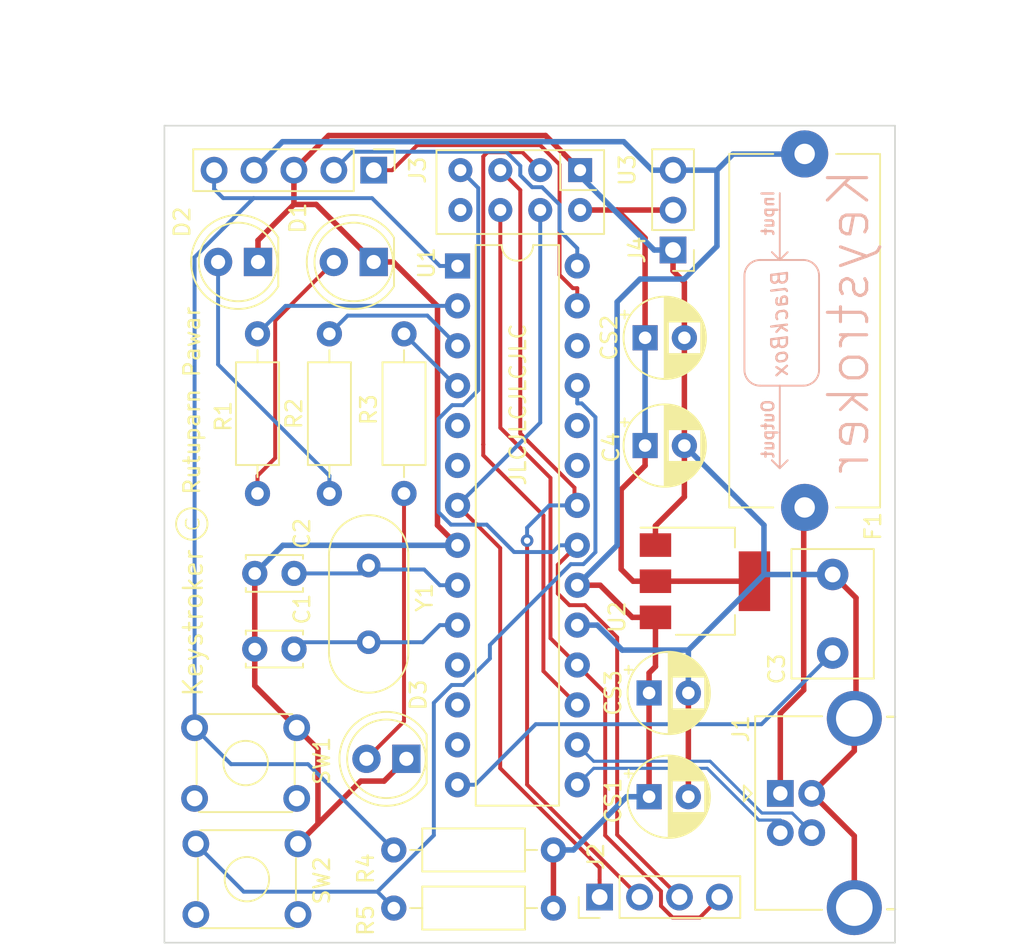
<source format=kicad_pcb>
(kicad_pcb (version 20171130) (host pcbnew "(5.1.4)-1")

  (general
    (thickness 1.6)
    (drawings 16)
    (tracks 240)
    (zones 0)
    (modules 28)
    (nets 34)
  )

  (page A4)
  (title_block
    (title "Main Controller Board")
    (date "27 Sept 2019")
    (rev 1)
    (company INGAME)
    (comment 1 "Created by Rutuparn Pawar")
  )

  (layers
    (0 F.Cu signal)
    (31 B.Cu signal)
    (32 B.Adhes user hide)
    (33 F.Adhes user hide)
    (34 B.Paste user hide)
    (35 F.Paste user hide)
    (36 B.SilkS user)
    (37 F.SilkS user)
    (38 B.Mask user hide)
    (39 F.Mask user hide)
    (40 Dwgs.User user)
    (41 Cmts.User user)
    (42 Eco1.User user hide)
    (43 Eco2.User user hide)
    (44 Edge.Cuts user)
    (45 Margin user hide)
    (46 B.CrtYd user)
    (47 F.CrtYd user)
    (48 B.Fab user hide)
    (49 F.Fab user hide)
  )

  (setup
    (last_trace_width 0.25)
    (trace_clearance 0.2)
    (zone_clearance 0.508)
    (zone_45_only no)
    (trace_min 0.2)
    (via_size 0.8)
    (via_drill 0.4)
    (via_min_size 0.4)
    (via_min_drill 0.3)
    (uvia_size 0.3)
    (uvia_drill 0.1)
    (uvias_allowed no)
    (uvia_min_size 0.2)
    (uvia_min_drill 0.1)
    (edge_width 0.1)
    (segment_width 0.2)
    (pcb_text_width 0.3)
    (pcb_text_size 1.5 1.5)
    (mod_edge_width 0.15)
    (mod_text_size 1 1)
    (mod_text_width 0.15)
    (pad_size 1.524 1.524)
    (pad_drill 0.762)
    (pad_to_mask_clearance 0)
    (aux_axis_origin 0 0)
    (visible_elements 7FFFFFFF)
    (pcbplotparams
      (layerselection 0x010fc_ffffffff)
      (usegerberextensions false)
      (usegerberattributes false)
      (usegerberadvancedattributes false)
      (creategerberjobfile false)
      (excludeedgelayer true)
      (linewidth 0.100000)
      (plotframeref false)
      (viasonmask false)
      (mode 1)
      (useauxorigin false)
      (hpglpennumber 1)
      (hpglpenspeed 20)
      (hpglpendiameter 15.000000)
      (psnegative false)
      (psa4output false)
      (plotreference true)
      (plotvalue true)
      (plotinvisibletext false)
      (padsonsilk false)
      (subtractmaskfromsilk false)
      (outputformat 1)
      (mirror false)
      (drillshape 1)
      (scaleselection 1)
      (outputdirectory ""))
  )

  (net 0 "")
  (net 1 GND)
  (net 2 "Net-(C1-Pad1)")
  (net 3 "Net-(C2-Pad1)")
  (net 4 "Net-(C3-Pad1)")
  (net 5 +5V)
  (net 6 +3V3)
  (net 7 "Net-(D1-Pad2)")
  (net 8 "Net-(D2-Pad2)")
  (net 9 "Net-(D3-Pad2)")
  (net 10 D+)
  (net 11 D-)
  (net 12 PGC)
  (net 13 PGD)
  (net 14 MCLR!)
  (net 15 LED_R)
  (net 16 LED_Y)
  (net 17 LED_G)
  (net 18 TEST)
  (net 19 SCK)
  (net 20 MISO)
  (net 21 CSN)
  (net 22 MOSI)
  (net 23 CE)
  (net 24 "Net-(U1-Pad13)")
  (net 25 "Net-(U1-Pad26)")
  (net 26 "Net-(U1-Pad12)")
  (net 27 "Net-(U1-Pad11)")
  (net 28 "Net-(U1-Pad24)")
  (net 29 "Net-(U1-Pad23)")
  (net 30 "Net-(U1-Pad6)")
  (net 31 "Net-(U1-Pad5)")
  (net 32 "Net-(U3-Pad8)")
  (net 33 "Net-(J1-Pad1)")

  (net_class Default "This is the default net class."
    (clearance 0.2)
    (trace_width 0.25)
    (via_dia 0.8)
    (via_drill 0.4)
    (uvia_dia 0.3)
    (uvia_drill 0.1)
    (add_net CE)
    (add_net CSN)
    (add_net D+)
    (add_net D-)
    (add_net LED_G)
    (add_net LED_R)
    (add_net LED_Y)
    (add_net MCLR!)
    (add_net MISO)
    (add_net MOSI)
    (add_net "Net-(C1-Pad1)")
    (add_net "Net-(C2-Pad1)")
    (add_net "Net-(C3-Pad1)")
    (add_net "Net-(D1-Pad2)")
    (add_net "Net-(D2-Pad2)")
    (add_net "Net-(D3-Pad2)")
    (add_net "Net-(J1-Pad1)")
    (add_net "Net-(U1-Pad11)")
    (add_net "Net-(U1-Pad12)")
    (add_net "Net-(U1-Pad13)")
    (add_net "Net-(U1-Pad23)")
    (add_net "Net-(U1-Pad24)")
    (add_net "Net-(U1-Pad26)")
    (add_net "Net-(U1-Pad5)")
    (add_net "Net-(U1-Pad6)")
    (add_net "Net-(U3-Pad8)")
    (add_net PGC)
    (add_net PGD)
    (add_net SCK)
    (add_net TEST)
  )

  (net_class Power ""
    (clearance 0.3)
    (trace_width 0.35)
    (via_dia 0.8)
    (via_drill 0.4)
    (uvia_dia 0.3)
    (uvia_drill 0.1)
    (add_net +3V3)
    (add_net +5V)
    (add_net GND)
  )

  (module My_Logos:BlackBox_Back_Silkscreen (layer F.Cu) (tedit 5DAC3A3B) (tstamp 5DACC240)
    (at 125.6665 78.5495 90)
    (fp_text reference " " (at 0 1 270) (layer B.SilkS)
      (effects (font (size 1 1) (thickness 0.15)) (justify mirror))
    )
    (fp_text value BlackBox (at 0 0 270) (layer B.Fab)
      (effects (font (size 1 1) (thickness 0.15)) (justify mirror))
    )
    (fp_line (start 8.25 0) (end 4 0) (layer B.SilkS) (width 0.12))
    (fp_line (start -9.25 0) (end -4 0) (layer B.SilkS) (width 0.12))
    (fp_text user Output (at -6.75 -0.75 270) (layer B.SilkS)
      (effects (font (size 0.75 0.75) (thickness 0.15)) (justify mirror))
    )
    (fp_text user Input (at 7 -0.75 270) (layer B.SilkS)
      (effects (font (size 0.75 0.75) (thickness 0.15)) (justify mirror))
    )
    (fp_text user BlackBox (at 0 0 270) (layer B.SilkS)
      (effects (font (size 1 1) (thickness 0.15) italic) (justify mirror))
    )
    (fp_arc (start -3 -1.25) (end -4 -1.25) (angle 90) (layer B.SilkS) (width 0.12))
    (fp_line (start -4 1.5) (end -4 -1.25) (layer B.SilkS) (width 0.12))
    (fp_line (start 3 -2.25) (end -3 -2.25) (layer B.SilkS) (width 0.12))
    (fp_arc (start 3 -1.25) (end 3 -2.25) (angle 90) (layer B.SilkS) (width 0.12))
    (fp_line (start 4 1.5) (end 4 -1.25) (layer B.SilkS) (width 0.12))
    (fp_arc (start 3 1.5) (end 4 1.5) (angle 90) (layer B.SilkS) (width 0.12))
    (fp_line (start 3 2.5) (end -3 2.5) (layer B.SilkS) (width 0.12))
    (fp_arc (start -3 1.5) (end -3 2.5) (angle 90) (layer B.SilkS) (width 0.12))
    (fp_line (start 4.25 -0.25) (end 4 0) (layer B.SilkS) (width 0.12))
    (fp_line (start 4 0) (end 4.25 0.25) (layer B.SilkS) (width 0.12))
    (fp_line (start -9.25 0) (end -8.75 -0.5) (layer B.SilkS) (width 0.12))
    (fp_line (start -8.75 -0.5) (end -9.25 0) (layer B.SilkS) (width 0.12))
    (fp_line (start -9.25 0) (end -8.75 0.5) (layer B.SilkS) (width 0.12))
    (fp_line (start 4.25 -0.25) (end 4.5 -0.5) (layer B.SilkS) (width 0.12))
    (fp_line (start 4.25 0.25) (end 4.5 0.5) (layer B.SilkS) (width 0.12))
  )

  (module My_Logos:Copyright_Front_Screen (layer F.Cu) (tedit 5DAC5877) (tstamp 5DACC4C7)
    (at 85.979 91.313 90)
    (fp_text reference " " (at 0 0.5 90) (layer Dwgs.User)
      (effects (font (size 1 1) (thickness 0.15)))
    )
    (fp_text value Copyright_Front_Screen (at 0 -0.5 90) (layer F.Fab)
      (effects (font (size 1 1) (thickness 0.15)))
    )
    (fp_text user c (at -0.0368 2.1336 90) (layer F.SilkS)
      (effects (font (size 1.25 1.25) (thickness 0.1)))
    )
    (fp_circle (center -0.0368 2.2624) (end -0.0368 1.2624) (layer F.SilkS) (width 0.12))
  )

  (module Board:SPST_Switch_large (layer F.Cu) (tedit 5DAC7C9C) (tstamp 5FF5191A)
    (at 127.25 67.8 270)
    (descr "Fuseholder horizontal open 5x20 Schurter 0031.8201, https://www.schurter.com/en/datasheet/typ_OGN.pdf")
    (tags "Fuseholder horizontal open 5x20 Schurter 0031.8201")
    (path /5FF4F41F)
    (fp_text reference F1 (at 23.7 -4.35 90) (layer F.SilkS)
      (effects (font (size 1 1) (thickness 0.15)))
    )
    (fp_text value SW_SPST (at 11.25 6 90) (layer F.Fab)
      (effects (font (size 1 1) (thickness 0.15)))
    )
    (fp_text user %R (at 11.25 4 90) (layer F.Fab)
      (effects (font (size 1 1) (thickness 0.15)))
    )
    (fp_line (start 0.1 -4.7) (end 0.1 4.7) (layer F.Fab) (width 0.1))
    (fp_line (start 0.1 4.7) (end 22.4 4.7) (layer F.Fab) (width 0.1))
    (fp_line (start 22.4 4.7) (end 22.4 -4.7) (layer F.Fab) (width 0.1))
    (fp_line (start 22.4 -4.7) (end 0.1 -4.7) (layer F.Fab) (width 0.1))
    (fp_line (start -0.25 5.05) (end -0.25 1.95) (layer F.CrtYd) (width 0.05))
    (fp_line (start 22.5 4.8) (end 22.5 2) (layer F.SilkS) (width 0.12))
    (fp_line (start 22.5 -2) (end 22.5 -4.8) (layer F.SilkS) (width 0.12))
    (fp_line (start 0 -2) (end 0 -4.8) (layer F.SilkS) (width 0.12))
    (fp_line (start 0 -4.8) (end 22.5 -4.8) (layer F.SilkS) (width 0.12))
    (fp_line (start 22.75 5.05) (end -0.25 5.05) (layer F.CrtYd) (width 0.05))
    (fp_line (start -0.25 -5.05) (end 22.75 -5.05) (layer F.CrtYd) (width 0.05))
    (fp_line (start 0 4.8) (end 22.5 4.8) (layer F.SilkS) (width 0.12))
    (fp_line (start -0.25 -1.95) (end -0.25 -5.05) (layer F.CrtYd) (width 0.05))
    (fp_line (start 22.75 -1.95) (end 22.75 -5.05) (layer F.CrtYd) (width 0.05))
    (fp_line (start 22.75 1.95) (end 22.75 5.05) (layer F.CrtYd) (width 0.05))
    (fp_line (start 0 4.8) (end 0 2) (layer F.SilkS) (width 0.12))
    (fp_arc (start 22.5 0) (end 22.75 -1.95) (angle 165.3) (layer F.CrtYd) (width 0.05))
    (fp_arc (start 0 0) (end -0.25 1.95) (angle 165.3) (layer F.CrtYd) (width 0.05))
    (pad 1 thru_hole circle (at 0 0 270) (size 3 3) (drill 1.3) (layers *.Cu *.Mask)
      (net 5 +5V))
    (pad 2 thru_hole circle (at 22.5 0 270) (size 3 3) (drill 1.3) (layers *.Cu *.Mask)
      (net 33 "Net-(J1-Pad1)"))
    (model ${KIPRJMOD}/board.3dshapes/spst_switch.step
      (offset (xyz 10.5 -4.5 5.5))
      (scale (xyz 1 1 1))
      (rotate (xyz 0 0 0))
    )
  )

  (module Connector_PinHeader_2.54mm:PinHeader_1x03_P2.54mm_Vertical (layer F.Cu) (tedit 59FED5CC) (tstamp 5DACEF84)
    (at 118.872 73.914 180)
    (descr "Through hole straight pin header, 1x03, 2.54mm pitch, single row")
    (tags "Through hole pin header THT 1x03 2.54mm single row")
    (path /5DAF96A3)
    (fp_text reference J4 (at 2.286 0 90) (layer F.SilkS)
      (effects (font (size 1 1) (thickness 0.15)))
    )
    (fp_text value Power (at 0 7.41) (layer F.Fab)
      (effects (font (size 1 1) (thickness 0.15)))
    )
    (fp_text user %R (at 0 2.54 90) (layer F.Fab)
      (effects (font (size 1 1) (thickness 0.15)))
    )
    (fp_line (start 1.8 -1.8) (end -1.8 -1.8) (layer F.CrtYd) (width 0.05))
    (fp_line (start 1.8 6.85) (end 1.8 -1.8) (layer F.CrtYd) (width 0.05))
    (fp_line (start -1.8 6.85) (end 1.8 6.85) (layer F.CrtYd) (width 0.05))
    (fp_line (start -1.8 -1.8) (end -1.8 6.85) (layer F.CrtYd) (width 0.05))
    (fp_line (start -1.33 -1.33) (end 0 -1.33) (layer F.SilkS) (width 0.12))
    (fp_line (start -1.33 0) (end -1.33 -1.33) (layer F.SilkS) (width 0.12))
    (fp_line (start -1.33 1.27) (end 1.33 1.27) (layer F.SilkS) (width 0.12))
    (fp_line (start 1.33 1.27) (end 1.33 6.41) (layer F.SilkS) (width 0.12))
    (fp_line (start -1.33 1.27) (end -1.33 6.41) (layer F.SilkS) (width 0.12))
    (fp_line (start -1.33 6.41) (end 1.33 6.41) (layer F.SilkS) (width 0.12))
    (fp_line (start -1.27 -0.635) (end -0.635 -1.27) (layer F.Fab) (width 0.1))
    (fp_line (start -1.27 6.35) (end -1.27 -0.635) (layer F.Fab) (width 0.1))
    (fp_line (start 1.27 6.35) (end -1.27 6.35) (layer F.Fab) (width 0.1))
    (fp_line (start 1.27 -1.27) (end 1.27 6.35) (layer F.Fab) (width 0.1))
    (fp_line (start -0.635 -1.27) (end 1.27 -1.27) (layer F.Fab) (width 0.1))
    (pad 3 thru_hole oval (at 0 5.08 180) (size 1.7 1.7) (drill 1) (layers *.Cu *.Mask)
      (net 5 +5V))
    (pad 2 thru_hole oval (at 0 2.54 180) (size 1.7 1.7) (drill 1) (layers *.Cu *.Mask)
      (net 6 +3V3))
    (pad 1 thru_hole rect (at 0 0 180) (size 1.7 1.7) (drill 1) (layers *.Cu *.Mask)
      (net 1 GND))
    (model ${KISYS3DMOD}/Connector_PinHeader_2.54mm.3dshapes/PinHeader_1x03_P2.54mm_Vertical.wrl
      (at (xyz 0 0 0))
      (scale (xyz 1 1 1))
      (rotate (xyz 0 0 0))
    )
  )

  (module "Main Controller PCB:nRF24L01_Breakout" (layer F.Cu) (tedit 5DA2AF89) (tstamp 5D9009BE)
    (at 112.96 68.83 270)
    (descr "nRF24L01 breakout board")
    (tags "nRF24L01 adapter breakout")
    (path /5D7BFA52)
    (fp_text reference U3 (at 0 -3 90) (layer F.SilkS)
      (effects (font (size 1 1) (thickness 0.15)))
    )
    (fp_text value NRF24L01_Breakout (at 13 5 90) (layer F.Fab)
      (effects (font (size 1 1) (thickness 0.15)))
    )
    (fp_text user %R (at 12.5 2.5 90) (layer F.Fab)
      (effects (font (size 1 1) (thickness 0.15)))
    )
    (fp_line (start 27.75 -2.25) (end 27.75 -2.25) (layer F.CrtYd) (width 0.05))
    (fp_line (start -1.27 -1.524) (end -1.27 -1.524) (layer F.SilkS) (width 0.12))
    (fp_line (start -1.27 9.144) (end -1.27 -1.524) (layer F.SilkS) (width 0.12))
    (fp_line (start -1.016 1.27) (end -1.016 1.27) (layer F.SilkS) (width 0.12))
    (fp_line (start 1.27 1.27) (end -1.016 1.27) (layer F.SilkS) (width 0.12))
    (fp_line (start 1.27 -1.016) (end 1.27 1.27) (layer F.SilkS) (width 0.12))
    (fp_line (start -1.27 9.144) (end -1.27 9.144) (layer F.SilkS) (width 0.12))
    (fp_line (start 4.064 9.144) (end -1.27 9.144) (layer F.SilkS) (width 0.12))
    (fp_line (start 4.064 -1.524) (end 4.064 9.144) (layer F.SilkS) (width 0.12))
    (fp_line (start -1.27 -1.524) (end 4.064 -1.524) (layer F.SilkS) (width 0.12))
    (fp_line (start -1.27 -1.27) (end -1.27 -1.27) (layer F.Fab) (width 0.1))
    (fp_line (start -1.27 8.89) (end -1.27 -1.27) (layer F.Fab) (width 0.1))
    (fp_line (start 3.81 8.89) (end -1.27 8.89) (layer F.Fab) (width 0.1))
    (fp_line (start 3.81 -1.27) (end 3.81 8.89) (layer F.Fab) (width 0.1))
    (fp_line (start -1.27 -1.27) (end 3.81 -1.27) (layer F.Fab) (width 0.1))
    (pad 8 thru_hole circle (at 2.54 7.62 270) (size 1.524 1.524) (drill 0.762) (layers *.Cu *.Mask)
      (net 32 "Net-(U3-Pad8)"))
    (pad 7 thru_hole circle (at 0 7.62 270) (size 1.524 1.524) (drill 0.762) (layers *.Cu *.Mask)
      (net 20 MISO))
    (pad 6 thru_hole circle (at 2.54 5.08 270) (size 1.524 1.524) (drill 0.762) (layers *.Cu *.Mask)
      (net 22 MOSI))
    (pad 5 thru_hole circle (at 0 5.08 270) (size 1.524 1.524) (drill 0.762) (layers *.Cu *.Mask)
      (net 19 SCK))
    (pad 4 thru_hole circle (at 2.54 2.54 270) (size 1.524 1.524) (drill 0.762) (layers *.Cu *.Mask)
      (net 21 CSN))
    (pad 3 thru_hole circle (at 0 2.54 270) (size 1.524 1.524) (drill 0.762) (layers *.Cu *.Mask)
      (net 23 CE))
    (pad 2 thru_hole circle (at 2.54 0 270) (size 1.524 1.524) (drill 0.762) (layers *.Cu *.Mask)
      (net 6 +3V3))
    (pad 1 thru_hole rect (at 0 0 270) (size 1.524 1.524) (drill 0.762) (layers *.Cu *.Mask)
      (net 1 GND))
    (model ${KISYS3DMOD}/Connector_PinSocket_2.54mm.3dshapes/PinSocket_2x04_P2.54mm_Vertical.step
      (offset (xyz 2.54 0 0))
      (scale (xyz 1 1 1))
      (rotate (xyz 0 0 0))
    )
  )

  (module Capacitor_THT:C_Disc_D8.0mm_W5.0mm_P5.00mm (layer F.Cu) (tedit 5AE50EF0) (tstamp 5D9006A0)
    (at 129.032 99.568 90)
    (descr "C, Disc series, Radial, pin pitch=5.00mm, , diameter*width=8*5.0mm^2, Capacitor, http://www.vishay.com/docs/28535/vy2series.pdf")
    (tags "C Disc series Radial pin pitch 5.00mm  diameter 8mm width 5.0mm Capacitor")
    (path /5D7B937A)
    (fp_text reference C3 (at -1.016 -3.556 90) (layer F.SilkS)
      (effects (font (size 1 1) (thickness 0.15)))
    )
    (fp_text value 220nF (at 2.5 3.75 90) (layer F.Fab)
      (effects (font (size 1 1) (thickness 0.15)))
    )
    (fp_text user %R (at 2.5 0 90) (layer F.Fab)
      (effects (font (size 1 1) (thickness 0.15)))
    )
    (fp_line (start 6.75 -2.75) (end -1.75 -2.75) (layer F.CrtYd) (width 0.05))
    (fp_line (start 6.75 2.75) (end 6.75 -2.75) (layer F.CrtYd) (width 0.05))
    (fp_line (start -1.75 2.75) (end 6.75 2.75) (layer F.CrtYd) (width 0.05))
    (fp_line (start -1.75 -2.75) (end -1.75 2.75) (layer F.CrtYd) (width 0.05))
    (fp_line (start 6.62 -2.62) (end 6.62 2.62) (layer F.SilkS) (width 0.12))
    (fp_line (start -1.62 -2.62) (end -1.62 2.62) (layer F.SilkS) (width 0.12))
    (fp_line (start -1.62 2.62) (end 6.62 2.62) (layer F.SilkS) (width 0.12))
    (fp_line (start -1.62 -2.62) (end 6.62 -2.62) (layer F.SilkS) (width 0.12))
    (fp_line (start 6.5 -2.5) (end -1.5 -2.5) (layer F.Fab) (width 0.1))
    (fp_line (start 6.5 2.5) (end 6.5 -2.5) (layer F.Fab) (width 0.1))
    (fp_line (start -1.5 2.5) (end 6.5 2.5) (layer F.Fab) (width 0.1))
    (fp_line (start -1.5 -2.5) (end -1.5 2.5) (layer F.Fab) (width 0.1))
    (pad 2 thru_hole circle (at 5 0 90) (size 2 2) (drill 1) (layers *.Cu *.Mask)
      (net 1 GND))
    (pad 1 thru_hole circle (at 0 0 90) (size 2 2) (drill 1) (layers *.Cu *.Mask)
      (net 4 "Net-(C3-Pad1)"))
    (model ${KISYS3DMOD}/Capacitor_THT.3dshapes/C_Disc_D8.0mm_W5.0mm_P5.00mm.wrl
      (at (xyz 0 0 0))
      (scale (xyz 1 1 1))
      (rotate (xyz 0 0 0))
    )
  )

  (module Capacitor_THT:CP_Radial_D5.0mm_P2.50mm (layer F.Cu) (tedit 5AE50EF0) (tstamp 5DAC6D42)
    (at 117.094 86.36)
    (descr "CP, Radial series, Radial, pin pitch=2.50mm, , diameter=5mm, Electrolytic Capacitor")
    (tags "CP Radial series Radial pin pitch 2.50mm  diameter 5mm Electrolytic Capacitor")
    (path /5DAEBF49)
    (fp_text reference C4 (at -2.164 0.127 90) (layer F.SilkS)
      (effects (font (size 1 1) (thickness 0.15)))
    )
    (fp_text value 22uF (at 1.25 3.75) (layer F.Fab)
      (effects (font (size 1 1) (thickness 0.15)))
    )
    (fp_text user %R (at 1.25 0) (layer F.Fab)
      (effects (font (size 1 1) (thickness 0.15)))
    )
    (fp_line (start -1.304775 -1.725) (end -1.304775 -1.225) (layer F.SilkS) (width 0.12))
    (fp_line (start -1.554775 -1.475) (end -1.054775 -1.475) (layer F.SilkS) (width 0.12))
    (fp_line (start 3.851 -0.284) (end 3.851 0.284) (layer F.SilkS) (width 0.12))
    (fp_line (start 3.811 -0.518) (end 3.811 0.518) (layer F.SilkS) (width 0.12))
    (fp_line (start 3.771 -0.677) (end 3.771 0.677) (layer F.SilkS) (width 0.12))
    (fp_line (start 3.731 -0.805) (end 3.731 0.805) (layer F.SilkS) (width 0.12))
    (fp_line (start 3.691 -0.915) (end 3.691 0.915) (layer F.SilkS) (width 0.12))
    (fp_line (start 3.651 -1.011) (end 3.651 1.011) (layer F.SilkS) (width 0.12))
    (fp_line (start 3.611 -1.098) (end 3.611 1.098) (layer F.SilkS) (width 0.12))
    (fp_line (start 3.571 -1.178) (end 3.571 1.178) (layer F.SilkS) (width 0.12))
    (fp_line (start 3.531 1.04) (end 3.531 1.251) (layer F.SilkS) (width 0.12))
    (fp_line (start 3.531 -1.251) (end 3.531 -1.04) (layer F.SilkS) (width 0.12))
    (fp_line (start 3.491 1.04) (end 3.491 1.319) (layer F.SilkS) (width 0.12))
    (fp_line (start 3.491 -1.319) (end 3.491 -1.04) (layer F.SilkS) (width 0.12))
    (fp_line (start 3.451 1.04) (end 3.451 1.383) (layer F.SilkS) (width 0.12))
    (fp_line (start 3.451 -1.383) (end 3.451 -1.04) (layer F.SilkS) (width 0.12))
    (fp_line (start 3.411 1.04) (end 3.411 1.443) (layer F.SilkS) (width 0.12))
    (fp_line (start 3.411 -1.443) (end 3.411 -1.04) (layer F.SilkS) (width 0.12))
    (fp_line (start 3.371 1.04) (end 3.371 1.5) (layer F.SilkS) (width 0.12))
    (fp_line (start 3.371 -1.5) (end 3.371 -1.04) (layer F.SilkS) (width 0.12))
    (fp_line (start 3.331 1.04) (end 3.331 1.554) (layer F.SilkS) (width 0.12))
    (fp_line (start 3.331 -1.554) (end 3.331 -1.04) (layer F.SilkS) (width 0.12))
    (fp_line (start 3.291 1.04) (end 3.291 1.605) (layer F.SilkS) (width 0.12))
    (fp_line (start 3.291 -1.605) (end 3.291 -1.04) (layer F.SilkS) (width 0.12))
    (fp_line (start 3.251 1.04) (end 3.251 1.653) (layer F.SilkS) (width 0.12))
    (fp_line (start 3.251 -1.653) (end 3.251 -1.04) (layer F.SilkS) (width 0.12))
    (fp_line (start 3.211 1.04) (end 3.211 1.699) (layer F.SilkS) (width 0.12))
    (fp_line (start 3.211 -1.699) (end 3.211 -1.04) (layer F.SilkS) (width 0.12))
    (fp_line (start 3.171 1.04) (end 3.171 1.743) (layer F.SilkS) (width 0.12))
    (fp_line (start 3.171 -1.743) (end 3.171 -1.04) (layer F.SilkS) (width 0.12))
    (fp_line (start 3.131 1.04) (end 3.131 1.785) (layer F.SilkS) (width 0.12))
    (fp_line (start 3.131 -1.785) (end 3.131 -1.04) (layer F.SilkS) (width 0.12))
    (fp_line (start 3.091 1.04) (end 3.091 1.826) (layer F.SilkS) (width 0.12))
    (fp_line (start 3.091 -1.826) (end 3.091 -1.04) (layer F.SilkS) (width 0.12))
    (fp_line (start 3.051 1.04) (end 3.051 1.864) (layer F.SilkS) (width 0.12))
    (fp_line (start 3.051 -1.864) (end 3.051 -1.04) (layer F.SilkS) (width 0.12))
    (fp_line (start 3.011 1.04) (end 3.011 1.901) (layer F.SilkS) (width 0.12))
    (fp_line (start 3.011 -1.901) (end 3.011 -1.04) (layer F.SilkS) (width 0.12))
    (fp_line (start 2.971 1.04) (end 2.971 1.937) (layer F.SilkS) (width 0.12))
    (fp_line (start 2.971 -1.937) (end 2.971 -1.04) (layer F.SilkS) (width 0.12))
    (fp_line (start 2.931 1.04) (end 2.931 1.971) (layer F.SilkS) (width 0.12))
    (fp_line (start 2.931 -1.971) (end 2.931 -1.04) (layer F.SilkS) (width 0.12))
    (fp_line (start 2.891 1.04) (end 2.891 2.004) (layer F.SilkS) (width 0.12))
    (fp_line (start 2.891 -2.004) (end 2.891 -1.04) (layer F.SilkS) (width 0.12))
    (fp_line (start 2.851 1.04) (end 2.851 2.035) (layer F.SilkS) (width 0.12))
    (fp_line (start 2.851 -2.035) (end 2.851 -1.04) (layer F.SilkS) (width 0.12))
    (fp_line (start 2.811 1.04) (end 2.811 2.065) (layer F.SilkS) (width 0.12))
    (fp_line (start 2.811 -2.065) (end 2.811 -1.04) (layer F.SilkS) (width 0.12))
    (fp_line (start 2.771 1.04) (end 2.771 2.095) (layer F.SilkS) (width 0.12))
    (fp_line (start 2.771 -2.095) (end 2.771 -1.04) (layer F.SilkS) (width 0.12))
    (fp_line (start 2.731 1.04) (end 2.731 2.122) (layer F.SilkS) (width 0.12))
    (fp_line (start 2.731 -2.122) (end 2.731 -1.04) (layer F.SilkS) (width 0.12))
    (fp_line (start 2.691 1.04) (end 2.691 2.149) (layer F.SilkS) (width 0.12))
    (fp_line (start 2.691 -2.149) (end 2.691 -1.04) (layer F.SilkS) (width 0.12))
    (fp_line (start 2.651 1.04) (end 2.651 2.175) (layer F.SilkS) (width 0.12))
    (fp_line (start 2.651 -2.175) (end 2.651 -1.04) (layer F.SilkS) (width 0.12))
    (fp_line (start 2.611 1.04) (end 2.611 2.2) (layer F.SilkS) (width 0.12))
    (fp_line (start 2.611 -2.2) (end 2.611 -1.04) (layer F.SilkS) (width 0.12))
    (fp_line (start 2.571 1.04) (end 2.571 2.224) (layer F.SilkS) (width 0.12))
    (fp_line (start 2.571 -2.224) (end 2.571 -1.04) (layer F.SilkS) (width 0.12))
    (fp_line (start 2.531 1.04) (end 2.531 2.247) (layer F.SilkS) (width 0.12))
    (fp_line (start 2.531 -2.247) (end 2.531 -1.04) (layer F.SilkS) (width 0.12))
    (fp_line (start 2.491 1.04) (end 2.491 2.268) (layer F.SilkS) (width 0.12))
    (fp_line (start 2.491 -2.268) (end 2.491 -1.04) (layer F.SilkS) (width 0.12))
    (fp_line (start 2.451 1.04) (end 2.451 2.29) (layer F.SilkS) (width 0.12))
    (fp_line (start 2.451 -2.29) (end 2.451 -1.04) (layer F.SilkS) (width 0.12))
    (fp_line (start 2.411 1.04) (end 2.411 2.31) (layer F.SilkS) (width 0.12))
    (fp_line (start 2.411 -2.31) (end 2.411 -1.04) (layer F.SilkS) (width 0.12))
    (fp_line (start 2.371 1.04) (end 2.371 2.329) (layer F.SilkS) (width 0.12))
    (fp_line (start 2.371 -2.329) (end 2.371 -1.04) (layer F.SilkS) (width 0.12))
    (fp_line (start 2.331 1.04) (end 2.331 2.348) (layer F.SilkS) (width 0.12))
    (fp_line (start 2.331 -2.348) (end 2.331 -1.04) (layer F.SilkS) (width 0.12))
    (fp_line (start 2.291 1.04) (end 2.291 2.365) (layer F.SilkS) (width 0.12))
    (fp_line (start 2.291 -2.365) (end 2.291 -1.04) (layer F.SilkS) (width 0.12))
    (fp_line (start 2.251 1.04) (end 2.251 2.382) (layer F.SilkS) (width 0.12))
    (fp_line (start 2.251 -2.382) (end 2.251 -1.04) (layer F.SilkS) (width 0.12))
    (fp_line (start 2.211 1.04) (end 2.211 2.398) (layer F.SilkS) (width 0.12))
    (fp_line (start 2.211 -2.398) (end 2.211 -1.04) (layer F.SilkS) (width 0.12))
    (fp_line (start 2.171 1.04) (end 2.171 2.414) (layer F.SilkS) (width 0.12))
    (fp_line (start 2.171 -2.414) (end 2.171 -1.04) (layer F.SilkS) (width 0.12))
    (fp_line (start 2.131 1.04) (end 2.131 2.428) (layer F.SilkS) (width 0.12))
    (fp_line (start 2.131 -2.428) (end 2.131 -1.04) (layer F.SilkS) (width 0.12))
    (fp_line (start 2.091 1.04) (end 2.091 2.442) (layer F.SilkS) (width 0.12))
    (fp_line (start 2.091 -2.442) (end 2.091 -1.04) (layer F.SilkS) (width 0.12))
    (fp_line (start 2.051 1.04) (end 2.051 2.455) (layer F.SilkS) (width 0.12))
    (fp_line (start 2.051 -2.455) (end 2.051 -1.04) (layer F.SilkS) (width 0.12))
    (fp_line (start 2.011 1.04) (end 2.011 2.468) (layer F.SilkS) (width 0.12))
    (fp_line (start 2.011 -2.468) (end 2.011 -1.04) (layer F.SilkS) (width 0.12))
    (fp_line (start 1.971 1.04) (end 1.971 2.48) (layer F.SilkS) (width 0.12))
    (fp_line (start 1.971 -2.48) (end 1.971 -1.04) (layer F.SilkS) (width 0.12))
    (fp_line (start 1.93 1.04) (end 1.93 2.491) (layer F.SilkS) (width 0.12))
    (fp_line (start 1.93 -2.491) (end 1.93 -1.04) (layer F.SilkS) (width 0.12))
    (fp_line (start 1.89 1.04) (end 1.89 2.501) (layer F.SilkS) (width 0.12))
    (fp_line (start 1.89 -2.501) (end 1.89 -1.04) (layer F.SilkS) (width 0.12))
    (fp_line (start 1.85 1.04) (end 1.85 2.511) (layer F.SilkS) (width 0.12))
    (fp_line (start 1.85 -2.511) (end 1.85 -1.04) (layer F.SilkS) (width 0.12))
    (fp_line (start 1.81 1.04) (end 1.81 2.52) (layer F.SilkS) (width 0.12))
    (fp_line (start 1.81 -2.52) (end 1.81 -1.04) (layer F.SilkS) (width 0.12))
    (fp_line (start 1.77 1.04) (end 1.77 2.528) (layer F.SilkS) (width 0.12))
    (fp_line (start 1.77 -2.528) (end 1.77 -1.04) (layer F.SilkS) (width 0.12))
    (fp_line (start 1.73 1.04) (end 1.73 2.536) (layer F.SilkS) (width 0.12))
    (fp_line (start 1.73 -2.536) (end 1.73 -1.04) (layer F.SilkS) (width 0.12))
    (fp_line (start 1.69 1.04) (end 1.69 2.543) (layer F.SilkS) (width 0.12))
    (fp_line (start 1.69 -2.543) (end 1.69 -1.04) (layer F.SilkS) (width 0.12))
    (fp_line (start 1.65 1.04) (end 1.65 2.55) (layer F.SilkS) (width 0.12))
    (fp_line (start 1.65 -2.55) (end 1.65 -1.04) (layer F.SilkS) (width 0.12))
    (fp_line (start 1.61 1.04) (end 1.61 2.556) (layer F.SilkS) (width 0.12))
    (fp_line (start 1.61 -2.556) (end 1.61 -1.04) (layer F.SilkS) (width 0.12))
    (fp_line (start 1.57 1.04) (end 1.57 2.561) (layer F.SilkS) (width 0.12))
    (fp_line (start 1.57 -2.561) (end 1.57 -1.04) (layer F.SilkS) (width 0.12))
    (fp_line (start 1.53 1.04) (end 1.53 2.565) (layer F.SilkS) (width 0.12))
    (fp_line (start 1.53 -2.565) (end 1.53 -1.04) (layer F.SilkS) (width 0.12))
    (fp_line (start 1.49 1.04) (end 1.49 2.569) (layer F.SilkS) (width 0.12))
    (fp_line (start 1.49 -2.569) (end 1.49 -1.04) (layer F.SilkS) (width 0.12))
    (fp_line (start 1.45 -2.573) (end 1.45 2.573) (layer F.SilkS) (width 0.12))
    (fp_line (start 1.41 -2.576) (end 1.41 2.576) (layer F.SilkS) (width 0.12))
    (fp_line (start 1.37 -2.578) (end 1.37 2.578) (layer F.SilkS) (width 0.12))
    (fp_line (start 1.33 -2.579) (end 1.33 2.579) (layer F.SilkS) (width 0.12))
    (fp_line (start 1.29 -2.58) (end 1.29 2.58) (layer F.SilkS) (width 0.12))
    (fp_line (start 1.25 -2.58) (end 1.25 2.58) (layer F.SilkS) (width 0.12))
    (fp_line (start -0.633605 -1.3375) (end -0.633605 -0.8375) (layer F.Fab) (width 0.1))
    (fp_line (start -0.883605 -1.0875) (end -0.383605 -1.0875) (layer F.Fab) (width 0.1))
    (fp_circle (center 1.25 0) (end 4 0) (layer F.CrtYd) (width 0.05))
    (fp_circle (center 1.25 0) (end 3.87 0) (layer F.SilkS) (width 0.12))
    (fp_circle (center 1.25 0) (end 3.75 0) (layer F.Fab) (width 0.1))
    (pad 2 thru_hole circle (at 2.5 0) (size 1.6 1.6) (drill 0.8) (layers *.Cu *.Mask)
      (net 1 GND))
    (pad 1 thru_hole rect (at 0 0) (size 1.6 1.6) (drill 0.8) (layers *.Cu *.Mask)
      (net 6 +3V3))
    (model ${KISYS3DMOD}/Capacitor_THT.3dshapes/CP_Radial_D5.0mm_P2.50mm.wrl
      (at (xyz 0 0 0))
      (scale (xyz 1 1 1))
      (rotate (xyz 0 0 0))
    )
  )

  (module Package_TO_SOT_SMD:SOT-223-3_TabPin2 (layer F.Cu) (tedit 5A02FF57) (tstamp 5DAB93E3)
    (at 120.904 94.996)
    (descr "module CMS SOT223 4 pins")
    (tags "CMS SOT")
    (path /5DAC2A15)
    (attr smd)
    (fp_text reference U2 (at -5.588 2.286 90) (layer F.SilkS)
      (effects (font (size 1 1) (thickness 0.15)))
    )
    (fp_text value AMS1117-3.3 (at 0 4.5) (layer F.Fab)
      (effects (font (size 1 1) (thickness 0.15)))
    )
    (fp_line (start 1.85 -3.35) (end 1.85 3.35) (layer F.Fab) (width 0.1))
    (fp_line (start -1.85 3.35) (end 1.85 3.35) (layer F.Fab) (width 0.1))
    (fp_line (start -4.1 -3.41) (end 1.91 -3.41) (layer F.SilkS) (width 0.12))
    (fp_line (start -0.85 -3.35) (end 1.85 -3.35) (layer F.Fab) (width 0.1))
    (fp_line (start -1.85 3.41) (end 1.91 3.41) (layer F.SilkS) (width 0.12))
    (fp_line (start -1.85 -2.35) (end -1.85 3.35) (layer F.Fab) (width 0.1))
    (fp_line (start -1.85 -2.35) (end -0.85 -3.35) (layer F.Fab) (width 0.1))
    (fp_line (start -4.4 -3.6) (end -4.4 3.6) (layer F.CrtYd) (width 0.05))
    (fp_line (start -4.4 3.6) (end 4.4 3.6) (layer F.CrtYd) (width 0.05))
    (fp_line (start 4.4 3.6) (end 4.4 -3.6) (layer F.CrtYd) (width 0.05))
    (fp_line (start 4.4 -3.6) (end -4.4 -3.6) (layer F.CrtYd) (width 0.05))
    (fp_line (start 1.91 -3.41) (end 1.91 -2.15) (layer F.SilkS) (width 0.12))
    (fp_line (start 1.91 3.41) (end 1.91 2.15) (layer F.SilkS) (width 0.12))
    (fp_text user %R (at 0 0 90) (layer F.Fab)
      (effects (font (size 0.8 0.8) (thickness 0.12)))
    )
    (pad 1 smd rect (at -3.15 -2.3) (size 2 1.5) (layers F.Cu F.Paste F.Mask)
      (net 1 GND))
    (pad 3 smd rect (at -3.15 2.3) (size 2 1.5) (layers F.Cu F.Paste F.Mask)
      (net 5 +5V))
    (pad 2 smd rect (at -3.15 0) (size 2 1.5) (layers F.Cu F.Paste F.Mask)
      (net 6 +3V3))
    (pad 2 smd rect (at 3.15 0) (size 2 3.8) (layers F.Cu F.Paste F.Mask)
      (net 6 +3V3))
    (model ${KISYS3DMOD}/Package_TO_SOT_SMD.3dshapes/SOT-223.wrl
      (at (xyz 0 0 0))
      (scale (xyz 1 1 1))
      (rotate (xyz 0 0 0))
    )
  )

  (module Connector_PinHeader_2.54mm:PinHeader_1x05_P2.54mm_Vertical (layer F.Cu) (tedit 59FED5CC) (tstamp 5DAB923F)
    (at 99.822 68.834 270)
    (descr "Through hole straight pin header, 1x05, 2.54mm pitch, single row")
    (tags "Through hole pin header THT 1x05 2.54mm single row")
    (path /5DAC9D6A)
    (fp_text reference J3 (at 0 -2.794 90) (layer F.SilkS)
      (effects (font (size 1 1) (thickness 0.15)))
    )
    (fp_text value Conn_01x05_Male (at 0 12.49 90) (layer F.Fab)
      (effects (font (size 1 1) (thickness 0.15)))
    )
    (fp_text user %R (at 0 5.08) (layer F.Fab)
      (effects (font (size 1 1) (thickness 0.15)))
    )
    (fp_line (start 1.8 -1.8) (end -1.8 -1.8) (layer F.CrtYd) (width 0.05))
    (fp_line (start 1.8 11.95) (end 1.8 -1.8) (layer F.CrtYd) (width 0.05))
    (fp_line (start -1.8 11.95) (end 1.8 11.95) (layer F.CrtYd) (width 0.05))
    (fp_line (start -1.8 -1.8) (end -1.8 11.95) (layer F.CrtYd) (width 0.05))
    (fp_line (start -1.33 -1.33) (end 0 -1.33) (layer F.SilkS) (width 0.12))
    (fp_line (start -1.33 0) (end -1.33 -1.33) (layer F.SilkS) (width 0.12))
    (fp_line (start -1.33 1.27) (end 1.33 1.27) (layer F.SilkS) (width 0.12))
    (fp_line (start 1.33 1.27) (end 1.33 11.49) (layer F.SilkS) (width 0.12))
    (fp_line (start -1.33 1.27) (end -1.33 11.49) (layer F.SilkS) (width 0.12))
    (fp_line (start -1.33 11.49) (end 1.33 11.49) (layer F.SilkS) (width 0.12))
    (fp_line (start -1.27 -0.635) (end -0.635 -1.27) (layer F.Fab) (width 0.1))
    (fp_line (start -1.27 11.43) (end -1.27 -0.635) (layer F.Fab) (width 0.1))
    (fp_line (start 1.27 11.43) (end -1.27 11.43) (layer F.Fab) (width 0.1))
    (fp_line (start 1.27 -1.27) (end 1.27 11.43) (layer F.Fab) (width 0.1))
    (fp_line (start -0.635 -1.27) (end 1.27 -1.27) (layer F.Fab) (width 0.1))
    (pad 5 thru_hole oval (at 0 10.16 270) (size 1.7 1.7) (drill 1) (layers *.Cu *.Mask)
      (net 14 MCLR!))
    (pad 4 thru_hole oval (at 0 7.62 270) (size 1.7 1.7) (drill 1) (layers *.Cu *.Mask)
      (net 5 +5V))
    (pad 3 thru_hole oval (at 0 5.08 270) (size 1.7 1.7) (drill 1) (layers *.Cu *.Mask)
      (net 1 GND))
    (pad 2 thru_hole oval (at 0 2.54 270) (size 1.7 1.7) (drill 1) (layers *.Cu *.Mask)
      (net 13 PGD))
    (pad 1 thru_hole rect (at 0 0 270) (size 1.7 1.7) (drill 1) (layers *.Cu *.Mask)
      (net 12 PGC))
    (model ${KISYS3DMOD}/Connector_PinHeader_2.54mm.3dshapes/PinHeader_1x05_P2.54mm_Vertical.wrl
      (at (xyz 0 0 0))
      (scale (xyz 1 1 1))
      (rotate (xyz 0 0 0))
    )
  )

  (module Connector_PinHeader_2.54mm:PinHeader_1x04_P2.54mm_Vertical (layer F.Cu) (tedit 59FED5CC) (tstamp 5DAB9226)
    (at 114.2 115.1 90)
    (descr "Through hole straight pin header, 1x04, 2.54mm pitch, single row")
    (tags "Through hole pin header THT 1x04 2.54mm single row")
    (path /5DAD3A74)
    (fp_text reference J2 (at 2.582 -0.236 90) (layer F.SilkS)
      (effects (font (size 1 1) (thickness 0.15)))
    )
    (fp_text value SPI (at 0 9.95 90) (layer F.Fab)
      (effects (font (size 1 1) (thickness 0.15)))
    )
    (fp_text user %R (at 0.17 3.82) (layer F.Fab)
      (effects (font (size 1 1) (thickness 0.15)))
    )
    (fp_line (start 1.8 -1.8) (end -1.8 -1.8) (layer F.CrtYd) (width 0.05))
    (fp_line (start 1.8 9.4) (end 1.8 -1.8) (layer F.CrtYd) (width 0.05))
    (fp_line (start -1.8 9.4) (end 1.8 9.4) (layer F.CrtYd) (width 0.05))
    (fp_line (start -1.8 -1.8) (end -1.8 9.4) (layer F.CrtYd) (width 0.05))
    (fp_line (start -1.33 -1.33) (end 0 -1.33) (layer F.SilkS) (width 0.12))
    (fp_line (start -1.33 0) (end -1.33 -1.33) (layer F.SilkS) (width 0.12))
    (fp_line (start -1.33 1.27) (end 1.33 1.27) (layer F.SilkS) (width 0.12))
    (fp_line (start 1.33 1.27) (end 1.33 8.95) (layer F.SilkS) (width 0.12))
    (fp_line (start -1.33 1.27) (end -1.33 8.95) (layer F.SilkS) (width 0.12))
    (fp_line (start -1.33 8.95) (end 1.33 8.95) (layer F.SilkS) (width 0.12))
    (fp_line (start -1.27 -0.635) (end -0.635 -1.27) (layer F.Fab) (width 0.1))
    (fp_line (start -1.27 8.89) (end -1.27 -0.635) (layer F.Fab) (width 0.1))
    (fp_line (start 1.27 8.89) (end -1.27 8.89) (layer F.Fab) (width 0.1))
    (fp_line (start 1.27 -1.27) (end 1.27 8.89) (layer F.Fab) (width 0.1))
    (fp_line (start -0.635 -1.27) (end 1.27 -1.27) (layer F.Fab) (width 0.1))
    (pad 4 thru_hole oval (at 0 7.62 90) (size 1.7 1.7) (drill 1) (layers *.Cu *.Mask)
      (net 22 MOSI))
    (pad 3 thru_hole oval (at 0 5.08 90) (size 1.7 1.7) (drill 1) (layers *.Cu *.Mask)
      (net 20 MISO))
    (pad 2 thru_hole oval (at 0 2.54 90) (size 1.7 1.7) (drill 1) (layers *.Cu *.Mask)
      (net 19 SCK))
    (pad 1 thru_hole rect (at 0 0 90) (size 1.7 1.7) (drill 1) (layers *.Cu *.Mask)
      (net 21 CSN))
    (model ${KISYS3DMOD}/Connector_PinHeader_2.54mm.3dshapes/PinHeader_1x04_P2.54mm_Vertical.wrl
      (at (xyz 0 0 0))
      (scale (xyz 1 1 1))
      (rotate (xyz 0 0 0))
    )
  )

  (module "Main Controller PCB:SW_TH_Tactile_Omron_B3F-10xx" (layer F.Cu) (tedit 5DA2B353) (tstamp 5D90094A)
    (at 88.5 111.71)
    (descr SW_TH_Tactile_Omron_B3F-10xx_https://www.omron.com/ecb/products/pdf/en-b3f.pdf)
    (tags "Omron B3F-10xx")
    (path /5D88855A)
    (fp_text reference SW2 (at 8.02 2.336 90) (layer F.SilkS)
      (effects (font (size 1 1) (thickness 0.15)))
    )
    (fp_text value SW_Push (at 3.2 6.5) (layer F.Fab)
      (effects (font (size 1 1) (thickness 0.15)))
    )
    (fp_line (start 0.25 -0.75) (end 0.25 5.25) (layer F.Fab) (width 0.1))
    (fp_line (start 6.25 -0.75) (end 6.25 5.25) (layer F.Fab) (width 0.1))
    (fp_line (start 0.25 -0.75) (end 6.25 -0.75) (layer F.Fab) (width 0.1))
    (fp_text user %R (at 3.25 2.25) (layer F.Fab)
      (effects (font (size 1 1) (thickness 0.15)))
    )
    (fp_line (start 7.6 -1.15) (end -1.1 -1.15) (layer F.CrtYd) (width 0.05))
    (fp_line (start -1.1 5.6) (end 7.6 5.6) (layer F.CrtYd) (width 0.05))
    (fp_line (start -1.1 -1.15) (end -1.1 5.6) (layer F.CrtYd) (width 0.05))
    (fp_circle (center 3.25 2.25) (end 4.25 3.25) (layer F.SilkS) (width 0.12))
    (fp_line (start 0.28 5.37) (end 6.22 5.37) (layer F.SilkS) (width 0.12))
    (fp_line (start 0.28 -0.87) (end 6.22 -0.87) (layer F.SilkS) (width 0.12))
    (fp_line (start 0.13 3.59) (end 0.13 0.91) (layer F.SilkS) (width 0.12))
    (fp_line (start 6.37 0.91) (end 6.37 3.59) (layer F.SilkS) (width 0.12))
    (fp_line (start 0.25 5.25) (end 6.25 5.25) (layer F.Fab) (width 0.1))
    (fp_line (start 7.61 -1.15) (end 7.61 5.6) (layer F.CrtYd) (width 0.05))
    (pad 4 thru_hole circle (at 6.5 4.5) (size 1.7 1.7) (drill 1) (layers *.Cu *.Mask))
    (pad 3 thru_hole circle (at 0 4.5) (size 1.7 1.7) (drill 1) (layers *.Cu *.Mask))
    (pad 2 thru_hole circle (at 6.5 0) (size 1.7 1.7) (drill 1) (layers *.Cu *.Mask)
      (net 1 GND))
    (pad 1 thru_hole circle (at 0 0) (size 1.7 1.7) (drill 1) (layers *.Cu *.Mask)
      (net 18 TEST))
    (model ${KISYS3DMOD}/Button_Switch_THT.3dshapes/SW_PUSH_6mm_H4.3mm.step
      (at (xyz 0 0 0))
      (scale (xyz 1 1 1))
      (rotate (xyz 0 0 0))
    )
  )

  (module "Main Controller PCB:SW_TH_Tactile_Omron_B3F-10xx" (layer F.Cu) (tedit 5DA2B353) (tstamp 5D900934)
    (at 88.42 104.32)
    (descr SW_TH_Tactile_Omron_B3F-10xx_https://www.omron.com/ecb/products/pdf/en-b3f.pdf)
    (tags "Omron B3F-10xx")
    (path /5D885778)
    (fp_text reference SW1 (at 8.1 2.106 90) (layer F.SilkS)
      (effects (font (size 1 1) (thickness 0.15)))
    )
    (fp_text value SW_Push (at 3.2 6.5) (layer F.Fab)
      (effects (font (size 1 1) (thickness 0.15)))
    )
    (fp_line (start 0.25 -0.75) (end 0.25 5.25) (layer F.Fab) (width 0.1))
    (fp_line (start 6.25 -0.75) (end 6.25 5.25) (layer F.Fab) (width 0.1))
    (fp_line (start 0.25 -0.75) (end 6.25 -0.75) (layer F.Fab) (width 0.1))
    (fp_text user %R (at 3.25 2.25) (layer F.Fab)
      (effects (font (size 1 1) (thickness 0.15)))
    )
    (fp_line (start 7.6 -1.15) (end -1.1 -1.15) (layer F.CrtYd) (width 0.05))
    (fp_line (start -1.1 5.6) (end 7.6 5.6) (layer F.CrtYd) (width 0.05))
    (fp_line (start -1.1 -1.15) (end -1.1 5.6) (layer F.CrtYd) (width 0.05))
    (fp_circle (center 3.25 2.25) (end 4.25 3.25) (layer F.SilkS) (width 0.12))
    (fp_line (start 0.28 5.37) (end 6.22 5.37) (layer F.SilkS) (width 0.12))
    (fp_line (start 0.28 -0.87) (end 6.22 -0.87) (layer F.SilkS) (width 0.12))
    (fp_line (start 0.13 3.59) (end 0.13 0.91) (layer F.SilkS) (width 0.12))
    (fp_line (start 6.37 0.91) (end 6.37 3.59) (layer F.SilkS) (width 0.12))
    (fp_line (start 0.25 5.25) (end 6.25 5.25) (layer F.Fab) (width 0.1))
    (fp_line (start 7.61 -1.15) (end 7.61 5.6) (layer F.CrtYd) (width 0.05))
    (pad 4 thru_hole circle (at 6.5 4.5) (size 1.7 1.7) (drill 1) (layers *.Cu *.Mask))
    (pad 3 thru_hole circle (at 0 4.5) (size 1.7 1.7) (drill 1) (layers *.Cu *.Mask))
    (pad 2 thru_hole circle (at 6.5 0) (size 1.7 1.7) (drill 1) (layers *.Cu *.Mask)
      (net 1 GND))
    (pad 1 thru_hole circle (at 0 0) (size 1.7 1.7) (drill 1) (layers *.Cu *.Mask)
      (net 14 MCLR!))
    (model ${KISYS3DMOD}/Button_Switch_THT.3dshapes/SW_PUSH_6mm_H4.3mm.step
      (at (xyz 0 0 0))
      (scale (xyz 1 1 1))
      (rotate (xyz 0 0 0))
    )
  )

  (module "Main Controller PCB:USB_B_OST_USB-B1HSxx_Horizontal" (layer F.Cu) (tedit 5DA2B273) (tstamp 5D900892)
    (at 125.7 108.5)
    (descr "USB B receptacle, Horizontal, through-hole, http://www.on-shore.com/wp-content/uploads/2015/09/usb-b1hsxx.pdf")
    (tags "USB-B receptacle horizontal through-hole")
    (path /5D606321)
    (fp_text reference J1 (at -2.51 -4.106 90) (layer F.SilkS)
      (effects (font (size 1 1) (thickness 0.15)))
    )
    (fp_text value "USB TYPE-B FEMALE" (at 6.76 10.27) (layer F.Fab)
      (effects (font (size 1 1) (thickness 0.15)))
    )
    (fp_line (start -0.49 -4.8) (end 15.01 -4.8) (layer F.Fab) (width 0.1))
    (fp_line (start 15.01 -4.8) (end 15.01 7.3) (layer F.Fab) (width 0.1))
    (fp_line (start 15.01 7.3) (end -1.49 7.3) (layer F.Fab) (width 0.1))
    (fp_line (start -1.49 7.3) (end -1.49 -3.8) (layer F.Fab) (width 0.1))
    (fp_line (start -1.49 -3.8) (end -0.49 -4.8) (layer F.Fab) (width 0.1))
    (fp_line (start 2.66 -4.91) (end -1.6 -4.91) (layer F.SilkS) (width 0.12))
    (fp_line (start -1.6 -4.91) (end -1.6 7.41) (layer F.SilkS) (width 0.12))
    (fp_line (start -1.6 7.41) (end 2.66 7.41) (layer F.SilkS) (width 0.12))
    (fp_line (start -1.82 0) (end -2.32 -0.5) (layer F.SilkS) (width 0.12))
    (fp_line (start -2.32 -0.5) (end -2.32 0.5) (layer F.SilkS) (width 0.12))
    (fp_line (start -2.32 0.5) (end -1.82 0) (layer F.SilkS) (width 0.12))
    (fp_line (start -1.99 -7.02) (end -1.99 9.52) (layer F.CrtYd) (width 0.05))
    (fp_line (start -1.99 9.52) (end 15.51 9.52) (layer F.CrtYd) (width 0.05))
    (fp_line (start 15.51 9.52) (end 15.51 -7.02) (layer F.CrtYd) (width 0.05))
    (fp_line (start 15.51 -7.02) (end -1.99 -7.02) (layer F.CrtYd) (width 0.05))
    (fp_text user %R (at 6.76 1.25) (layer F.Fab)
      (effects (font (size 1 1) (thickness 0.15)))
    )
    (pad 1 thru_hole rect (at 0 0) (size 1.7 1.7) (drill 0.92) (layers *.Cu *.Mask)
      (net 33 "Net-(J1-Pad1)"))
    (pad 2 thru_hole circle (at 0 2.5) (size 1.7 1.7) (drill 0.92) (layers *.Cu *.Mask)
      (net 11 D-))
    (pad 3 thru_hole circle (at 2 2.5) (size 1.7 1.7) (drill 0.92) (layers *.Cu *.Mask)
      (net 10 D+))
    (pad 4 thru_hole circle (at 2 0) (size 1.7 1.7) (drill 0.92) (layers *.Cu *.Mask)
      (net 1 GND))
    (pad 5 thru_hole circle (at 4.71 -4.77) (size 3.5 3.5) (drill 2.33) (layers *.Cu *.Mask)
      (net 1 GND))
    (pad 5 thru_hole circle (at 4.71 7.27) (size 3.5 3.5) (drill 2.33) (layers *.Cu *.Mask)
      (net 1 GND))
    (model ${KIPRJMOD}/board.3dshapes/usb_type_b_receptacle.step
      (offset (xyz 14.5 -1 0))
      (scale (xyz 1 1 1))
      (rotate (xyz -90 0 -90))
    )
  )

  (module Crystal:Crystal_HC49-U_Vertical (layer F.Cu) (tedit 5A1AD3B8) (tstamp 5D9009D5)
    (at 99.5 94 270)
    (descr "Crystal THT HC-49/U http://5hertz.com/pdfs/04404_D.pdf")
    (tags "THT crystalHC-49/U")
    (path /5D611CBC)
    (fp_text reference Y1 (at 2.032 -3.556 90) (layer F.SilkS)
      (effects (font (size 1 1) (thickness 0.15)))
    )
    (fp_text value 8Mhz (at 2.44 3.525 90) (layer F.Fab)
      (effects (font (size 1 1) (thickness 0.15)))
    )
    (fp_arc (start 5.565 0) (end 5.565 -2.525) (angle 180) (layer F.SilkS) (width 0.12))
    (fp_arc (start -0.685 0) (end -0.685 -2.525) (angle -180) (layer F.SilkS) (width 0.12))
    (fp_arc (start 5.44 0) (end 5.44 -2) (angle 180) (layer F.Fab) (width 0.1))
    (fp_arc (start -0.56 0) (end -0.56 -2) (angle -180) (layer F.Fab) (width 0.1))
    (fp_arc (start 5.565 0) (end 5.565 -2.325) (angle 180) (layer F.Fab) (width 0.1))
    (fp_arc (start -0.685 0) (end -0.685 -2.325) (angle -180) (layer F.Fab) (width 0.1))
    (fp_line (start 8.4 -2.8) (end -3.5 -2.8) (layer F.CrtYd) (width 0.05))
    (fp_line (start 8.4 2.8) (end 8.4 -2.8) (layer F.CrtYd) (width 0.05))
    (fp_line (start -3.5 2.8) (end 8.4 2.8) (layer F.CrtYd) (width 0.05))
    (fp_line (start -3.5 -2.8) (end -3.5 2.8) (layer F.CrtYd) (width 0.05))
    (fp_line (start -0.685 2.525) (end 5.565 2.525) (layer F.SilkS) (width 0.12))
    (fp_line (start -0.685 -2.525) (end 5.565 -2.525) (layer F.SilkS) (width 0.12))
    (fp_line (start -0.56 2) (end 5.44 2) (layer F.Fab) (width 0.1))
    (fp_line (start -0.56 -2) (end 5.44 -2) (layer F.Fab) (width 0.1))
    (fp_line (start -0.685 2.325) (end 5.565 2.325) (layer F.Fab) (width 0.1))
    (fp_line (start -0.685 -2.325) (end 5.565 -2.325) (layer F.Fab) (width 0.1))
    (fp_text user %R (at 1.27 3.81 180) (layer F.Fab)
      (effects (font (size 1 1) (thickness 0.15)))
    )
    (pad 2 thru_hole circle (at 4.88 0 270) (size 1.5 1.5) (drill 0.8) (layers *.Cu *.Mask)
      (net 2 "Net-(C1-Pad1)"))
    (pad 1 thru_hole circle (at 0 0 270) (size 1.5 1.5) (drill 0.8) (layers *.Cu *.Mask)
      (net 3 "Net-(C2-Pad1)"))
    (model ${KISYS3DMOD}/Crystal.3dshapes/Crystal_HC49-4H_Vertical.step
      (at (xyz 0 0 0))
      (scale (xyz 1 1 1))
      (rotate (xyz 0 0 0))
    )
  )

  (module Package_DIP:DIP-28_W7.62mm (layer F.Cu) (tedit 5A02E8C5) (tstamp 5D90097A)
    (at 105.156 74.93)
    (descr "28-lead though-hole mounted DIP package, row spacing 7.62 mm (300 mils)")
    (tags "THT DIP DIL PDIP 2.54mm 7.62mm 300mil")
    (path /5D76E169)
    (fp_text reference U1 (at -1.9685 -0.1905 90) (layer F.SilkS)
      (effects (font (size 1 1) (thickness 0.15)))
    )
    (fp_text value PIC18F2550-ISP (at 3.81 35.35) (layer F.Fab)
      (effects (font (size 1 1) (thickness 0.15)))
    )
    (fp_text user %R (at 3.81 16.51) (layer F.Fab)
      (effects (font (size 1 1) (thickness 0.15)))
    )
    (fp_line (start 8.7 -1.55) (end -1.1 -1.55) (layer F.CrtYd) (width 0.05))
    (fp_line (start 8.7 34.55) (end 8.7 -1.55) (layer F.CrtYd) (width 0.05))
    (fp_line (start -1.1 34.55) (end 8.7 34.55) (layer F.CrtYd) (width 0.05))
    (fp_line (start -1.1 -1.55) (end -1.1 34.55) (layer F.CrtYd) (width 0.05))
    (fp_line (start 6.46 -1.33) (end 4.81 -1.33) (layer F.SilkS) (width 0.12))
    (fp_line (start 6.46 34.35) (end 6.46 -1.33) (layer F.SilkS) (width 0.12))
    (fp_line (start 1.16 34.35) (end 6.46 34.35) (layer F.SilkS) (width 0.12))
    (fp_line (start 1.16 -1.33) (end 1.16 34.35) (layer F.SilkS) (width 0.12))
    (fp_line (start 2.81 -1.33) (end 1.16 -1.33) (layer F.SilkS) (width 0.12))
    (fp_line (start 0.635 -0.27) (end 1.635 -1.27) (layer F.Fab) (width 0.1))
    (fp_line (start 0.635 34.29) (end 0.635 -0.27) (layer F.Fab) (width 0.1))
    (fp_line (start 6.985 34.29) (end 0.635 34.29) (layer F.Fab) (width 0.1))
    (fp_line (start 6.985 -1.27) (end 6.985 34.29) (layer F.Fab) (width 0.1))
    (fp_line (start 1.635 -1.27) (end 6.985 -1.27) (layer F.Fab) (width 0.1))
    (fp_arc (start 3.81 -1.33) (end 2.81 -1.33) (angle -180) (layer F.SilkS) (width 0.12))
    (pad 28 thru_hole oval (at 7.62 0) (size 1.6 1.6) (drill 0.8) (layers *.Cu *.Mask)
      (net 13 PGD))
    (pad 14 thru_hole oval (at 0 33.02) (size 1.6 1.6) (drill 0.8) (layers *.Cu *.Mask)
      (net 4 "Net-(C3-Pad1)"))
    (pad 27 thru_hole oval (at 7.62 2.54) (size 1.6 1.6) (drill 0.8) (layers *.Cu *.Mask)
      (net 12 PGC))
    (pad 13 thru_hole oval (at 0 30.48) (size 1.6 1.6) (drill 0.8) (layers *.Cu *.Mask)
      (net 24 "Net-(U1-Pad13)"))
    (pad 26 thru_hole oval (at 7.62 5.08) (size 1.6 1.6) (drill 0.8) (layers *.Cu *.Mask)
      (net 25 "Net-(U1-Pad26)"))
    (pad 12 thru_hole oval (at 0 27.94) (size 1.6 1.6) (drill 0.8) (layers *.Cu *.Mask)
      (net 26 "Net-(U1-Pad12)"))
    (pad 25 thru_hole oval (at 7.62 7.62) (size 1.6 1.6) (drill 0.8) (layers *.Cu *.Mask)
      (net 18 TEST))
    (pad 11 thru_hole oval (at 0 25.4) (size 1.6 1.6) (drill 0.8) (layers *.Cu *.Mask)
      (net 27 "Net-(U1-Pad11)"))
    (pad 24 thru_hole oval (at 7.62 10.16) (size 1.6 1.6) (drill 0.8) (layers *.Cu *.Mask)
      (net 28 "Net-(U1-Pad24)"))
    (pad 10 thru_hole oval (at 0 22.86) (size 1.6 1.6) (drill 0.8) (layers *.Cu *.Mask)
      (net 2 "Net-(C1-Pad1)"))
    (pad 23 thru_hole oval (at 7.62 12.7) (size 1.6 1.6) (drill 0.8) (layers *.Cu *.Mask)
      (net 29 "Net-(U1-Pad23)"))
    (pad 9 thru_hole oval (at 0 20.32) (size 1.6 1.6) (drill 0.8) (layers *.Cu *.Mask)
      (net 3 "Net-(C2-Pad1)"))
    (pad 22 thru_hole oval (at 7.62 15.24) (size 1.6 1.6) (drill 0.8) (layers *.Cu *.Mask)
      (net 19 SCK))
    (pad 8 thru_hole oval (at 0 17.78) (size 1.6 1.6) (drill 0.8) (layers *.Cu *.Mask)
      (net 1 GND))
    (pad 21 thru_hole oval (at 7.62 17.78) (size 1.6 1.6) (drill 0.8) (layers *.Cu *.Mask)
      (net 20 MISO))
    (pad 7 thru_hole oval (at 0 15.24) (size 1.6 1.6) (drill 0.8) (layers *.Cu *.Mask)
      (net 21 CSN))
    (pad 20 thru_hole oval (at 7.62 20.32) (size 1.6 1.6) (drill 0.8) (layers *.Cu *.Mask)
      (net 5 +5V))
    (pad 6 thru_hole oval (at 0 12.7) (size 1.6 1.6) (drill 0.8) (layers *.Cu *.Mask)
      (net 30 "Net-(U1-Pad6)"))
    (pad 19 thru_hole oval (at 7.62 22.86) (size 1.6 1.6) (drill 0.8) (layers *.Cu *.Mask)
      (net 1 GND))
    (pad 5 thru_hole oval (at 0 10.16) (size 1.6 1.6) (drill 0.8) (layers *.Cu *.Mask)
      (net 31 "Net-(U1-Pad5)"))
    (pad 18 thru_hole oval (at 7.62 25.4) (size 1.6 1.6) (drill 0.8) (layers *.Cu *.Mask)
      (net 22 MOSI))
    (pad 4 thru_hole oval (at 0 7.62) (size 1.6 1.6) (drill 0.8) (layers *.Cu *.Mask)
      (net 17 LED_G))
    (pad 17 thru_hole oval (at 7.62 27.94) (size 1.6 1.6) (drill 0.8) (layers *.Cu *.Mask)
      (net 23 CE))
    (pad 3 thru_hole oval (at 0 5.08) (size 1.6 1.6) (drill 0.8) (layers *.Cu *.Mask)
      (net 16 LED_Y))
    (pad 16 thru_hole oval (at 7.62 30.48) (size 1.6 1.6) (drill 0.8) (layers *.Cu *.Mask)
      (net 10 D+))
    (pad 2 thru_hole oval (at 0 2.54) (size 1.6 1.6) (drill 0.8) (layers *.Cu *.Mask)
      (net 15 LED_R))
    (pad 15 thru_hole oval (at 7.62 33.02) (size 1.6 1.6) (drill 0.8) (layers *.Cu *.Mask)
      (net 11 D-))
    (pad 1 thru_hole rect (at 0 0) (size 1.6 1.6) (drill 0.8) (layers *.Cu *.Mask)
      (net 14 MCLR!))
    (model ${KISYS3DMOD}/Package_DIP.3dshapes/DIP-28_W7.62mm.wrl
      (at (xyz 0 0 0))
      (scale (xyz 1 1 1))
      (rotate (xyz 0 0 0))
    )
  )

  (module Resistor_THT:R_Axial_DIN0207_L6.3mm_D2.5mm_P10.16mm_Horizontal (layer F.Cu) (tedit 5AE5139B) (tstamp 5D90091E)
    (at 101.1 115.8)
    (descr "Resistor, Axial_DIN0207 series, Axial, Horizontal, pin pitch=10.16mm, 0.25W = 1/4W, length*diameter=6.3*2.5mm^2, http://cdn-reichelt.de/documents/datenblatt/B400/1_4W%23YAG.pdf")
    (tags "Resistor Axial_DIN0207 series Axial Horizontal pin pitch 10.16mm 0.25W = 1/4W length 6.3mm diameter 2.5mm")
    (path /5D888547)
    (fp_text reference R5 (at -1.786 0.786 90) (layer F.SilkS)
      (effects (font (size 1 1) (thickness 0.15)))
    )
    (fp_text value 10k (at 5.08 2.37) (layer F.Fab)
      (effects (font (size 1 1) (thickness 0.15)))
    )
    (fp_text user %R (at 5.08 -0.635) (layer F.Fab)
      (effects (font (size 1 1) (thickness 0.15)))
    )
    (fp_line (start 11.21 -1.5) (end -1.05 -1.5) (layer F.CrtYd) (width 0.05))
    (fp_line (start 11.21 1.5) (end 11.21 -1.5) (layer F.CrtYd) (width 0.05))
    (fp_line (start -1.05 1.5) (end 11.21 1.5) (layer F.CrtYd) (width 0.05))
    (fp_line (start -1.05 -1.5) (end -1.05 1.5) (layer F.CrtYd) (width 0.05))
    (fp_line (start 9.12 0) (end 8.35 0) (layer F.SilkS) (width 0.12))
    (fp_line (start 1.04 0) (end 1.81 0) (layer F.SilkS) (width 0.12))
    (fp_line (start 8.35 -1.37) (end 1.81 -1.37) (layer F.SilkS) (width 0.12))
    (fp_line (start 8.35 1.37) (end 8.35 -1.37) (layer F.SilkS) (width 0.12))
    (fp_line (start 1.81 1.37) (end 8.35 1.37) (layer F.SilkS) (width 0.12))
    (fp_line (start 1.81 -1.37) (end 1.81 1.37) (layer F.SilkS) (width 0.12))
    (fp_line (start 10.16 0) (end 8.23 0) (layer F.Fab) (width 0.1))
    (fp_line (start 0 0) (end 1.93 0) (layer F.Fab) (width 0.1))
    (fp_line (start 8.23 -1.25) (end 1.93 -1.25) (layer F.Fab) (width 0.1))
    (fp_line (start 8.23 1.25) (end 8.23 -1.25) (layer F.Fab) (width 0.1))
    (fp_line (start 1.93 1.25) (end 8.23 1.25) (layer F.Fab) (width 0.1))
    (fp_line (start 1.93 -1.25) (end 1.93 1.25) (layer F.Fab) (width 0.1))
    (pad 2 thru_hole oval (at 10.16 0) (size 1.6 1.6) (drill 0.8) (layers *.Cu *.Mask)
      (net 5 +5V))
    (pad 1 thru_hole circle (at 0 0) (size 1.6 1.6) (drill 0.8) (layers *.Cu *.Mask)
      (net 18 TEST))
    (model ${KISYS3DMOD}/Resistor_THT.3dshapes/R_Axial_DIN0207_L6.3mm_D2.5mm_P10.16mm_Horizontal.wrl
      (at (xyz 0 0 0))
      (scale (xyz 1 1 1))
      (rotate (xyz 0 0 0))
    )
  )

  (module Resistor_THT:R_Axial_DIN0207_L6.3mm_D2.5mm_P10.16mm_Horizontal (layer F.Cu) (tedit 5AE5139B) (tstamp 5D900907)
    (at 101.1 112.1)
    (descr "Resistor, Axial_DIN0207 series, Axial, Horizontal, pin pitch=10.16mm, 0.25W = 1/4W, length*diameter=6.3*2.5mm^2, http://cdn-reichelt.de/documents/datenblatt/B400/1_4W%23YAG.pdf")
    (tags "Resistor Axial_DIN0207 series Axial Horizontal pin pitch 10.16mm 0.25W = 1/4W length 6.3mm diameter 2.5mm")
    (path /5D885765)
    (fp_text reference R4 (at -1.786 1.184 90) (layer F.SilkS)
      (effects (font (size 1 1) (thickness 0.15)))
    )
    (fp_text value 10k (at 5.08 2.37) (layer F.Fab)
      (effects (font (size 1 1) (thickness 0.15)))
    )
    (fp_text user %R (at 5.08 0) (layer F.Fab)
      (effects (font (size 1 1) (thickness 0.15)))
    )
    (fp_line (start 11.21 -1.5) (end -1.05 -1.5) (layer F.CrtYd) (width 0.05))
    (fp_line (start 11.21 1.5) (end 11.21 -1.5) (layer F.CrtYd) (width 0.05))
    (fp_line (start -1.05 1.5) (end 11.21 1.5) (layer F.CrtYd) (width 0.05))
    (fp_line (start -1.05 -1.5) (end -1.05 1.5) (layer F.CrtYd) (width 0.05))
    (fp_line (start 9.12 0) (end 8.35 0) (layer F.SilkS) (width 0.12))
    (fp_line (start 1.04 0) (end 1.81 0) (layer F.SilkS) (width 0.12))
    (fp_line (start 8.35 -1.37) (end 1.81 -1.37) (layer F.SilkS) (width 0.12))
    (fp_line (start 8.35 1.37) (end 8.35 -1.37) (layer F.SilkS) (width 0.12))
    (fp_line (start 1.81 1.37) (end 8.35 1.37) (layer F.SilkS) (width 0.12))
    (fp_line (start 1.81 -1.37) (end 1.81 1.37) (layer F.SilkS) (width 0.12))
    (fp_line (start 10.16 0) (end 8.23 0) (layer F.Fab) (width 0.1))
    (fp_line (start 0 0) (end 1.93 0) (layer F.Fab) (width 0.1))
    (fp_line (start 8.23 -1.25) (end 1.93 -1.25) (layer F.Fab) (width 0.1))
    (fp_line (start 8.23 1.25) (end 8.23 -1.25) (layer F.Fab) (width 0.1))
    (fp_line (start 1.93 1.25) (end 8.23 1.25) (layer F.Fab) (width 0.1))
    (fp_line (start 1.93 -1.25) (end 1.93 1.25) (layer F.Fab) (width 0.1))
    (pad 2 thru_hole oval (at 10.16 0) (size 1.6 1.6) (drill 0.8) (layers *.Cu *.Mask)
      (net 5 +5V))
    (pad 1 thru_hole circle (at 0 0) (size 1.6 1.6) (drill 0.8) (layers *.Cu *.Mask)
      (net 14 MCLR!))
    (model ${KISYS3DMOD}/Resistor_THT.3dshapes/R_Axial_DIN0207_L6.3mm_D2.5mm_P10.16mm_Horizontal.wrl
      (at (xyz 0 0 0))
      (scale (xyz 1 1 1))
      (rotate (xyz 0 0 0))
    )
  )

  (module Resistor_THT:R_Axial_DIN0207_L6.3mm_D2.5mm_P10.16mm_Horizontal (layer F.Cu) (tedit 5AE5139B) (tstamp 5D9008F0)
    (at 101.75 79.25 270)
    (descr "Resistor, Axial_DIN0207 series, Axial, Horizontal, pin pitch=10.16mm, 0.25W = 1/4W, length*diameter=6.3*2.5mm^2, http://cdn-reichelt.de/documents/datenblatt/B400/1_4W%23YAG.pdf")
    (tags "Resistor Axial_DIN0207 series Axial Horizontal pin pitch 10.16mm 0.25W = 1/4W length 6.3mm diameter 2.5mm")
    (path /5D688B6F)
    (fp_text reference R3 (at 4.826 2.25 90) (layer F.SilkS)
      (effects (font (size 1 1) (thickness 0.15)))
    )
    (fp_text value 1k (at 5.08 2.37 90) (layer F.Fab)
      (effects (font (size 1 1) (thickness 0.15)))
    )
    (fp_text user %R (at 5.08 0 90) (layer F.Fab)
      (effects (font (size 1 1) (thickness 0.15)))
    )
    (fp_line (start 11.21 -1.5) (end -1.05 -1.5) (layer F.CrtYd) (width 0.05))
    (fp_line (start 11.21 1.5) (end 11.21 -1.5) (layer F.CrtYd) (width 0.05))
    (fp_line (start -1.05 1.5) (end 11.21 1.5) (layer F.CrtYd) (width 0.05))
    (fp_line (start -1.05 -1.5) (end -1.05 1.5) (layer F.CrtYd) (width 0.05))
    (fp_line (start 9.12 0) (end 8.35 0) (layer F.SilkS) (width 0.12))
    (fp_line (start 1.04 0) (end 1.81 0) (layer F.SilkS) (width 0.12))
    (fp_line (start 8.35 -1.37) (end 1.81 -1.37) (layer F.SilkS) (width 0.12))
    (fp_line (start 8.35 1.37) (end 8.35 -1.37) (layer F.SilkS) (width 0.12))
    (fp_line (start 1.81 1.37) (end 8.35 1.37) (layer F.SilkS) (width 0.12))
    (fp_line (start 1.81 -1.37) (end 1.81 1.37) (layer F.SilkS) (width 0.12))
    (fp_line (start 10.16 0) (end 8.23 0) (layer F.Fab) (width 0.1))
    (fp_line (start 0 0) (end 1.93 0) (layer F.Fab) (width 0.1))
    (fp_line (start 8.23 -1.25) (end 1.93 -1.25) (layer F.Fab) (width 0.1))
    (fp_line (start 8.23 1.25) (end 8.23 -1.25) (layer F.Fab) (width 0.1))
    (fp_line (start 1.93 1.25) (end 8.23 1.25) (layer F.Fab) (width 0.1))
    (fp_line (start 1.93 -1.25) (end 1.93 1.25) (layer F.Fab) (width 0.1))
    (pad 2 thru_hole oval (at 10.16 0 270) (size 1.6 1.6) (drill 0.8) (layers *.Cu *.Mask)
      (net 9 "Net-(D3-Pad2)"))
    (pad 1 thru_hole circle (at 0 0 270) (size 1.6 1.6) (drill 0.8) (layers *.Cu *.Mask)
      (net 17 LED_G))
    (model ${KISYS3DMOD}/Resistor_THT.3dshapes/R_Axial_DIN0207_L6.3mm_D2.5mm_P10.16mm_Horizontal.wrl
      (at (xyz 0 0 0))
      (scale (xyz 1 1 1))
      (rotate (xyz 0 0 0))
    )
  )

  (module Resistor_THT:R_Axial_DIN0207_L6.3mm_D2.5mm_P10.16mm_Horizontal (layer F.Cu) (tedit 5AE5139B) (tstamp 5D9008D9)
    (at 97 79.25 270)
    (descr "Resistor, Axial_DIN0207 series, Axial, Horizontal, pin pitch=10.16mm, 0.25W = 1/4W, length*diameter=6.3*2.5mm^2, http://cdn-reichelt.de/documents/datenblatt/B400/1_4W%23YAG.pdf")
    (tags "Resistor Axial_DIN0207 series Axial Horizontal pin pitch 10.16mm 0.25W = 1/4W length 6.3mm diameter 2.5mm")
    (path /5D670261)
    (fp_text reference R2 (at 5.08 2.25 90) (layer F.SilkS)
      (effects (font (size 1 1) (thickness 0.15)))
    )
    (fp_text value 1k (at 5.08 2.37 90) (layer F.Fab)
      (effects (font (size 1 1) (thickness 0.15)))
    )
    (fp_text user %R (at 5.08 0.635 90) (layer F.Fab)
      (effects (font (size 1 1) (thickness 0.15)))
    )
    (fp_line (start 11.21 -1.5) (end -1.05 -1.5) (layer F.CrtYd) (width 0.05))
    (fp_line (start 11.21 1.5) (end 11.21 -1.5) (layer F.CrtYd) (width 0.05))
    (fp_line (start -1.05 1.5) (end 11.21 1.5) (layer F.CrtYd) (width 0.05))
    (fp_line (start -1.05 -1.5) (end -1.05 1.5) (layer F.CrtYd) (width 0.05))
    (fp_line (start 9.12 0) (end 8.35 0) (layer F.SilkS) (width 0.12))
    (fp_line (start 1.04 0) (end 1.81 0) (layer F.SilkS) (width 0.12))
    (fp_line (start 8.35 -1.37) (end 1.81 -1.37) (layer F.SilkS) (width 0.12))
    (fp_line (start 8.35 1.37) (end 8.35 -1.37) (layer F.SilkS) (width 0.12))
    (fp_line (start 1.81 1.37) (end 8.35 1.37) (layer F.SilkS) (width 0.12))
    (fp_line (start 1.81 -1.37) (end 1.81 1.37) (layer F.SilkS) (width 0.12))
    (fp_line (start 10.16 0) (end 8.23 0) (layer F.Fab) (width 0.1))
    (fp_line (start 0 0) (end 1.93 0) (layer F.Fab) (width 0.1))
    (fp_line (start 8.23 -1.25) (end 1.93 -1.25) (layer F.Fab) (width 0.1))
    (fp_line (start 8.23 1.25) (end 8.23 -1.25) (layer F.Fab) (width 0.1))
    (fp_line (start 1.93 1.25) (end 8.23 1.25) (layer F.Fab) (width 0.1))
    (fp_line (start 1.93 -1.25) (end 1.93 1.25) (layer F.Fab) (width 0.1))
    (pad 2 thru_hole oval (at 10.16 0 270) (size 1.6 1.6) (drill 0.8) (layers *.Cu *.Mask)
      (net 8 "Net-(D2-Pad2)"))
    (pad 1 thru_hole circle (at 0 0 270) (size 1.6 1.6) (drill 0.8) (layers *.Cu *.Mask)
      (net 16 LED_Y))
    (model ${KISYS3DMOD}/Resistor_THT.3dshapes/R_Axial_DIN0207_L6.3mm_D2.5mm_P10.16mm_Horizontal.wrl
      (at (xyz 0 0 0))
      (scale (xyz 1 1 1))
      (rotate (xyz 0 0 0))
    )
  )

  (module Resistor_THT:R_Axial_DIN0207_L6.3mm_D2.5mm_P10.16mm_Horizontal (layer F.Cu) (tedit 5AE5139B) (tstamp 5D9008C2)
    (at 92.424 79.25 270)
    (descr "Resistor, Axial_DIN0207 series, Axial, Horizontal, pin pitch=10.16mm, 0.25W = 1/4W, length*diameter=6.3*2.5mm^2, http://cdn-reichelt.de/documents/datenblatt/B400/1_4W%23YAG.pdf")
    (tags "Resistor Axial_DIN0207 series Axial Horizontal pin pitch 10.16mm 0.25W = 1/4W length 6.3mm diameter 2.5mm")
    (path /5D671243)
    (fp_text reference R1 (at 5.25 2.174 90) (layer F.SilkS)
      (effects (font (size 1 1) (thickness 0.15)))
    )
    (fp_text value 1k (at 8.12 2.68 90) (layer F.Fab)
      (effects (font (size 1 1) (thickness 0.15)))
    )
    (fp_text user %R (at 5.08 2.54 90) (layer F.Fab)
      (effects (font (size 1 1) (thickness 0.15)))
    )
    (fp_line (start 11.21 -1.5) (end -1.05 -1.5) (layer F.CrtYd) (width 0.05))
    (fp_line (start 11.21 1.5) (end 11.21 -1.5) (layer F.CrtYd) (width 0.05))
    (fp_line (start -1.05 1.5) (end 11.21 1.5) (layer F.CrtYd) (width 0.05))
    (fp_line (start -1.05 -1.5) (end -1.05 1.5) (layer F.CrtYd) (width 0.05))
    (fp_line (start 9.12 0) (end 8.35 0) (layer F.SilkS) (width 0.12))
    (fp_line (start 1.04 0) (end 1.81 0) (layer F.SilkS) (width 0.12))
    (fp_line (start 8.35 -1.37) (end 1.81 -1.37) (layer F.SilkS) (width 0.12))
    (fp_line (start 8.35 1.37) (end 8.35 -1.37) (layer F.SilkS) (width 0.12))
    (fp_line (start 1.81 1.37) (end 8.35 1.37) (layer F.SilkS) (width 0.12))
    (fp_line (start 1.81 -1.37) (end 1.81 1.37) (layer F.SilkS) (width 0.12))
    (fp_line (start 10.16 0) (end 8.23 0) (layer F.Fab) (width 0.1))
    (fp_line (start 0 0) (end 1.93 0) (layer F.Fab) (width 0.1))
    (fp_line (start 8.23 -1.25) (end 1.93 -1.25) (layer F.Fab) (width 0.1))
    (fp_line (start 8.23 1.25) (end 8.23 -1.25) (layer F.Fab) (width 0.1))
    (fp_line (start 1.93 1.25) (end 8.23 1.25) (layer F.Fab) (width 0.1))
    (fp_line (start 1.93 -1.25) (end 1.93 1.25) (layer F.Fab) (width 0.1))
    (pad 2 thru_hole oval (at 10.16 0 270) (size 1.6 1.6) (drill 0.8) (layers *.Cu *.Mask)
      (net 7 "Net-(D1-Pad2)"))
    (pad 1 thru_hole circle (at 0 0 270) (size 1.6 1.6) (drill 0.8) (layers *.Cu *.Mask)
      (net 15 LED_R))
    (model ${KISYS3DMOD}/Resistor_THT.3dshapes/R_Axial_DIN0207_L6.3mm_D2.5mm_P10.16mm_Horizontal.wrl
      (at (xyz 0 0 0))
      (scale (xyz 1 1 1))
      (rotate (xyz 0 0 0))
    )
  )

  (module LED_THT:LED_D5.0mm (layer F.Cu) (tedit 5995936A) (tstamp 5D900862)
    (at 101.9 106.3 180)
    (descr "LED, diameter 5.0mm, 2 pins, http://cdn-reichelt.de/documents/datenblatt/A500/LL-504BC2E-009.pdf")
    (tags "LED diameter 5.0mm 2 pins")
    (path /5D688B65)
    (fp_text reference D3 (at -0.762 4.064 90) (layer F.SilkS)
      (effects (font (size 1 1) (thickness 0.15)))
    )
    (fp_text value "GREEN LED" (at 1.27 3.96) (layer F.Fab)
      (effects (font (size 1 1) (thickness 0.15)))
    )
    (fp_text user %R (at 1.25 0) (layer F.Fab)
      (effects (font (size 0.8 0.8) (thickness 0.2)))
    )
    (fp_line (start 4.5 -3.25) (end -1.95 -3.25) (layer F.CrtYd) (width 0.05))
    (fp_line (start 4.5 3.25) (end 4.5 -3.25) (layer F.CrtYd) (width 0.05))
    (fp_line (start -1.95 3.25) (end 4.5 3.25) (layer F.CrtYd) (width 0.05))
    (fp_line (start -1.95 -3.25) (end -1.95 3.25) (layer F.CrtYd) (width 0.05))
    (fp_line (start -1.29 -1.545) (end -1.29 1.545) (layer F.SilkS) (width 0.12))
    (fp_line (start -1.23 -1.469694) (end -1.23 1.469694) (layer F.Fab) (width 0.1))
    (fp_circle (center 1.27 0) (end 3.77 0) (layer F.SilkS) (width 0.12))
    (fp_circle (center 1.27 0) (end 3.77 0) (layer F.Fab) (width 0.1))
    (fp_arc (start 1.27 0) (end -1.29 1.54483) (angle -148.9) (layer F.SilkS) (width 0.12))
    (fp_arc (start 1.27 0) (end -1.29 -1.54483) (angle 148.9) (layer F.SilkS) (width 0.12))
    (fp_arc (start 1.27 0) (end -1.23 -1.469694) (angle 299.1) (layer F.Fab) (width 0.1))
    (pad 2 thru_hole circle (at 2.54 0 180) (size 1.8 1.8) (drill 0.9) (layers *.Cu *.Mask)
      (net 9 "Net-(D3-Pad2)"))
    (pad 1 thru_hole rect (at 0 0 180) (size 1.8 1.8) (drill 0.9) (layers *.Cu *.Mask)
      (net 1 GND))
    (model ${KISYS3DMOD}/LED_THT.3dshapes/LED_D5.0mm.wrl
      (offset (xyz 0 0 -3))
      (scale (xyz 1 1 1))
      (rotate (xyz 0 0 0))
    )
  )

  (module LED_THT:LED_D5.0mm (layer F.Cu) (tedit 5995936A) (tstamp 5D900850)
    (at 92.456 74.676 180)
    (descr "LED, diameter 5.0mm, 2 pins, http://cdn-reichelt.de/documents/datenblatt/A500/LL-504BC2E-009.pdf")
    (tags "LED diameter 5.0mm 2 pins")
    (path /5D6147A3)
    (fp_text reference D2 (at 4.826 2.54 90) (layer F.SilkS)
      (effects (font (size 1 1) (thickness 0.15)))
    )
    (fp_text value "YELLOW LED" (at 1.27 3.96) (layer F.Fab)
      (effects (font (size 1 1) (thickness 0.15)))
    )
    (fp_text user %R (at 1.25 0) (layer F.Fab)
      (effects (font (size 0.8 0.8) (thickness 0.2)))
    )
    (fp_line (start 4.5 -3.25) (end -1.95 -3.25) (layer F.CrtYd) (width 0.05))
    (fp_line (start 4.5 3.25) (end 4.5 -3.25) (layer F.CrtYd) (width 0.05))
    (fp_line (start -1.95 3.25) (end 4.5 3.25) (layer F.CrtYd) (width 0.05))
    (fp_line (start -1.95 -3.25) (end -1.95 3.25) (layer F.CrtYd) (width 0.05))
    (fp_line (start -1.29 -1.545) (end -1.29 1.545) (layer F.SilkS) (width 0.12))
    (fp_line (start -1.23 -1.469694) (end -1.23 1.469694) (layer F.Fab) (width 0.1))
    (fp_circle (center 1.27 0) (end 3.77 0) (layer F.SilkS) (width 0.12))
    (fp_circle (center 1.27 0) (end 3.77 0) (layer F.Fab) (width 0.1))
    (fp_arc (start 1.27 0) (end -1.29 1.54483) (angle -148.9) (layer F.SilkS) (width 0.12))
    (fp_arc (start 1.27 0) (end -1.29 -1.54483) (angle 148.9) (layer F.SilkS) (width 0.12))
    (fp_arc (start 1.27 0) (end -1.23 -1.469694) (angle 299.1) (layer F.Fab) (width 0.1))
    (pad 2 thru_hole circle (at 2.54 0 180) (size 1.8 1.8) (drill 0.9) (layers *.Cu *.Mask)
      (net 8 "Net-(D2-Pad2)"))
    (pad 1 thru_hole rect (at 0 0 180) (size 1.8 1.8) (drill 0.9) (layers *.Cu *.Mask)
      (net 1 GND))
    (model ${KISYS3DMOD}/LED_THT.3dshapes/LED_D5.0mm.wrl
      (offset (xyz 0 0 -3))
      (scale (xyz 1 1 1))
      (rotate (xyz 0 0 0))
    )
  )

  (module LED_THT:LED_D5.0mm (layer F.Cu) (tedit 5995936A) (tstamp 5D90083E)
    (at 99.822 74.676 180)
    (descr "LED, diameter 5.0mm, 2 pins, http://cdn-reichelt.de/documents/datenblatt/A500/LL-504BC2E-009.pdf")
    (tags "LED diameter 5.0mm 2 pins")
    (path /5D61382E)
    (fp_text reference D1 (at 4.826 2.794 90) (layer F.SilkS)
      (effects (font (size 1 1) (thickness 0.15)))
    )
    (fp_text value "RED LED" (at 1.27 3.96) (layer F.Fab)
      (effects (font (size 1 1) (thickness 0.15)))
    )
    (fp_text user %R (at 1.25 0) (layer F.Fab)
      (effects (font (size 0.8 0.8) (thickness 0.2)))
    )
    (fp_line (start 4.5 -3.25) (end -1.95 -3.25) (layer F.CrtYd) (width 0.05))
    (fp_line (start 4.5 3.25) (end 4.5 -3.25) (layer F.CrtYd) (width 0.05))
    (fp_line (start -1.95 3.25) (end 4.5 3.25) (layer F.CrtYd) (width 0.05))
    (fp_line (start -1.95 -3.25) (end -1.95 3.25) (layer F.CrtYd) (width 0.05))
    (fp_line (start -1.29 -1.545) (end -1.29 1.545) (layer F.SilkS) (width 0.12))
    (fp_line (start -1.23 -1.469694) (end -1.23 1.469694) (layer F.Fab) (width 0.1))
    (fp_circle (center 1.27 0) (end 3.77 0) (layer F.SilkS) (width 0.12))
    (fp_circle (center 1.27 0) (end 3.77 0) (layer F.Fab) (width 0.1))
    (fp_arc (start 1.27 0) (end -1.29 1.54483) (angle -148.9) (layer F.SilkS) (width 0.12))
    (fp_arc (start 1.27 0) (end -1.29 -1.54483) (angle 148.9) (layer F.SilkS) (width 0.12))
    (fp_arc (start 1.27 0) (end -1.23 -1.469694) (angle 299.1) (layer F.Fab) (width 0.1))
    (pad 2 thru_hole circle (at 2.54 0 180) (size 1.8 1.8) (drill 0.9) (layers *.Cu *.Mask)
      (net 7 "Net-(D1-Pad2)"))
    (pad 1 thru_hole rect (at 0 0 180) (size 1.8 1.8) (drill 0.9) (layers *.Cu *.Mask)
      (net 1 GND))
    (model ${KISYS3DMOD}/LED_THT.3dshapes/LED_D5.0mm.wrl
      (offset (xyz 0 0 -3))
      (scale (xyz 1 1 1))
      (rotate (xyz 0 0 0))
    )
  )

  (module Capacitor_THT:CP_Radial_D5.0mm_P2.50mm (layer F.Cu) (tedit 5AE50EF0) (tstamp 5D90082C)
    (at 117.348 102.108)
    (descr "CP, Radial series, Radial, pin pitch=2.50mm, , diameter=5mm, Electrolytic Capacitor")
    (tags "CP Radial series Radial pin pitch 2.50mm  diameter 5mm Electrolytic Capacitor")
    (path /5D6560AA)
    (fp_text reference CS3 (at -2.286 0 90) (layer F.SilkS)
      (effects (font (size 1 1) (thickness 0.15)))
    )
    (fp_text value 10uF (at 1.25 3.75) (layer F.Fab)
      (effects (font (size 1 1) (thickness 0.15)))
    )
    (fp_text user %R (at 1.25 0) (layer F.Fab)
      (effects (font (size 1 1) (thickness 0.15)))
    )
    (fp_line (start -1.304775 -1.725) (end -1.304775 -1.225) (layer F.SilkS) (width 0.12))
    (fp_line (start -1.554775 -1.475) (end -1.054775 -1.475) (layer F.SilkS) (width 0.12))
    (fp_line (start 3.851 -0.284) (end 3.851 0.284) (layer F.SilkS) (width 0.12))
    (fp_line (start 3.811 -0.518) (end 3.811 0.518) (layer F.SilkS) (width 0.12))
    (fp_line (start 3.771 -0.677) (end 3.771 0.677) (layer F.SilkS) (width 0.12))
    (fp_line (start 3.731 -0.805) (end 3.731 0.805) (layer F.SilkS) (width 0.12))
    (fp_line (start 3.691 -0.915) (end 3.691 0.915) (layer F.SilkS) (width 0.12))
    (fp_line (start 3.651 -1.011) (end 3.651 1.011) (layer F.SilkS) (width 0.12))
    (fp_line (start 3.611 -1.098) (end 3.611 1.098) (layer F.SilkS) (width 0.12))
    (fp_line (start 3.571 -1.178) (end 3.571 1.178) (layer F.SilkS) (width 0.12))
    (fp_line (start 3.531 1.04) (end 3.531 1.251) (layer F.SilkS) (width 0.12))
    (fp_line (start 3.531 -1.251) (end 3.531 -1.04) (layer F.SilkS) (width 0.12))
    (fp_line (start 3.491 1.04) (end 3.491 1.319) (layer F.SilkS) (width 0.12))
    (fp_line (start 3.491 -1.319) (end 3.491 -1.04) (layer F.SilkS) (width 0.12))
    (fp_line (start 3.451 1.04) (end 3.451 1.383) (layer F.SilkS) (width 0.12))
    (fp_line (start 3.451 -1.383) (end 3.451 -1.04) (layer F.SilkS) (width 0.12))
    (fp_line (start 3.411 1.04) (end 3.411 1.443) (layer F.SilkS) (width 0.12))
    (fp_line (start 3.411 -1.443) (end 3.411 -1.04) (layer F.SilkS) (width 0.12))
    (fp_line (start 3.371 1.04) (end 3.371 1.5) (layer F.SilkS) (width 0.12))
    (fp_line (start 3.371 -1.5) (end 3.371 -1.04) (layer F.SilkS) (width 0.12))
    (fp_line (start 3.331 1.04) (end 3.331 1.554) (layer F.SilkS) (width 0.12))
    (fp_line (start 3.331 -1.554) (end 3.331 -1.04) (layer F.SilkS) (width 0.12))
    (fp_line (start 3.291 1.04) (end 3.291 1.605) (layer F.SilkS) (width 0.12))
    (fp_line (start 3.291 -1.605) (end 3.291 -1.04) (layer F.SilkS) (width 0.12))
    (fp_line (start 3.251 1.04) (end 3.251 1.653) (layer F.SilkS) (width 0.12))
    (fp_line (start 3.251 -1.653) (end 3.251 -1.04) (layer F.SilkS) (width 0.12))
    (fp_line (start 3.211 1.04) (end 3.211 1.699) (layer F.SilkS) (width 0.12))
    (fp_line (start 3.211 -1.699) (end 3.211 -1.04) (layer F.SilkS) (width 0.12))
    (fp_line (start 3.171 1.04) (end 3.171 1.743) (layer F.SilkS) (width 0.12))
    (fp_line (start 3.171 -1.743) (end 3.171 -1.04) (layer F.SilkS) (width 0.12))
    (fp_line (start 3.131 1.04) (end 3.131 1.785) (layer F.SilkS) (width 0.12))
    (fp_line (start 3.131 -1.785) (end 3.131 -1.04) (layer F.SilkS) (width 0.12))
    (fp_line (start 3.091 1.04) (end 3.091 1.826) (layer F.SilkS) (width 0.12))
    (fp_line (start 3.091 -1.826) (end 3.091 -1.04) (layer F.SilkS) (width 0.12))
    (fp_line (start 3.051 1.04) (end 3.051 1.864) (layer F.SilkS) (width 0.12))
    (fp_line (start 3.051 -1.864) (end 3.051 -1.04) (layer F.SilkS) (width 0.12))
    (fp_line (start 3.011 1.04) (end 3.011 1.901) (layer F.SilkS) (width 0.12))
    (fp_line (start 3.011 -1.901) (end 3.011 -1.04) (layer F.SilkS) (width 0.12))
    (fp_line (start 2.971 1.04) (end 2.971 1.937) (layer F.SilkS) (width 0.12))
    (fp_line (start 2.971 -1.937) (end 2.971 -1.04) (layer F.SilkS) (width 0.12))
    (fp_line (start 2.931 1.04) (end 2.931 1.971) (layer F.SilkS) (width 0.12))
    (fp_line (start 2.931 -1.971) (end 2.931 -1.04) (layer F.SilkS) (width 0.12))
    (fp_line (start 2.891 1.04) (end 2.891 2.004) (layer F.SilkS) (width 0.12))
    (fp_line (start 2.891 -2.004) (end 2.891 -1.04) (layer F.SilkS) (width 0.12))
    (fp_line (start 2.851 1.04) (end 2.851 2.035) (layer F.SilkS) (width 0.12))
    (fp_line (start 2.851 -2.035) (end 2.851 -1.04) (layer F.SilkS) (width 0.12))
    (fp_line (start 2.811 1.04) (end 2.811 2.065) (layer F.SilkS) (width 0.12))
    (fp_line (start 2.811 -2.065) (end 2.811 -1.04) (layer F.SilkS) (width 0.12))
    (fp_line (start 2.771 1.04) (end 2.771 2.095) (layer F.SilkS) (width 0.12))
    (fp_line (start 2.771 -2.095) (end 2.771 -1.04) (layer F.SilkS) (width 0.12))
    (fp_line (start 2.731 1.04) (end 2.731 2.122) (layer F.SilkS) (width 0.12))
    (fp_line (start 2.731 -2.122) (end 2.731 -1.04) (layer F.SilkS) (width 0.12))
    (fp_line (start 2.691 1.04) (end 2.691 2.149) (layer F.SilkS) (width 0.12))
    (fp_line (start 2.691 -2.149) (end 2.691 -1.04) (layer F.SilkS) (width 0.12))
    (fp_line (start 2.651 1.04) (end 2.651 2.175) (layer F.SilkS) (width 0.12))
    (fp_line (start 2.651 -2.175) (end 2.651 -1.04) (layer F.SilkS) (width 0.12))
    (fp_line (start 2.611 1.04) (end 2.611 2.2) (layer F.SilkS) (width 0.12))
    (fp_line (start 2.611 -2.2) (end 2.611 -1.04) (layer F.SilkS) (width 0.12))
    (fp_line (start 2.571 1.04) (end 2.571 2.224) (layer F.SilkS) (width 0.12))
    (fp_line (start 2.571 -2.224) (end 2.571 -1.04) (layer F.SilkS) (width 0.12))
    (fp_line (start 2.531 1.04) (end 2.531 2.247) (layer F.SilkS) (width 0.12))
    (fp_line (start 2.531 -2.247) (end 2.531 -1.04) (layer F.SilkS) (width 0.12))
    (fp_line (start 2.491 1.04) (end 2.491 2.268) (layer F.SilkS) (width 0.12))
    (fp_line (start 2.491 -2.268) (end 2.491 -1.04) (layer F.SilkS) (width 0.12))
    (fp_line (start 2.451 1.04) (end 2.451 2.29) (layer F.SilkS) (width 0.12))
    (fp_line (start 2.451 -2.29) (end 2.451 -1.04) (layer F.SilkS) (width 0.12))
    (fp_line (start 2.411 1.04) (end 2.411 2.31) (layer F.SilkS) (width 0.12))
    (fp_line (start 2.411 -2.31) (end 2.411 -1.04) (layer F.SilkS) (width 0.12))
    (fp_line (start 2.371 1.04) (end 2.371 2.329) (layer F.SilkS) (width 0.12))
    (fp_line (start 2.371 -2.329) (end 2.371 -1.04) (layer F.SilkS) (width 0.12))
    (fp_line (start 2.331 1.04) (end 2.331 2.348) (layer F.SilkS) (width 0.12))
    (fp_line (start 2.331 -2.348) (end 2.331 -1.04) (layer F.SilkS) (width 0.12))
    (fp_line (start 2.291 1.04) (end 2.291 2.365) (layer F.SilkS) (width 0.12))
    (fp_line (start 2.291 -2.365) (end 2.291 -1.04) (layer F.SilkS) (width 0.12))
    (fp_line (start 2.251 1.04) (end 2.251 2.382) (layer F.SilkS) (width 0.12))
    (fp_line (start 2.251 -2.382) (end 2.251 -1.04) (layer F.SilkS) (width 0.12))
    (fp_line (start 2.211 1.04) (end 2.211 2.398) (layer F.SilkS) (width 0.12))
    (fp_line (start 2.211 -2.398) (end 2.211 -1.04) (layer F.SilkS) (width 0.12))
    (fp_line (start 2.171 1.04) (end 2.171 2.414) (layer F.SilkS) (width 0.12))
    (fp_line (start 2.171 -2.414) (end 2.171 -1.04) (layer F.SilkS) (width 0.12))
    (fp_line (start 2.131 1.04) (end 2.131 2.428) (layer F.SilkS) (width 0.12))
    (fp_line (start 2.131 -2.428) (end 2.131 -1.04) (layer F.SilkS) (width 0.12))
    (fp_line (start 2.091 1.04) (end 2.091 2.442) (layer F.SilkS) (width 0.12))
    (fp_line (start 2.091 -2.442) (end 2.091 -1.04) (layer F.SilkS) (width 0.12))
    (fp_line (start 2.051 1.04) (end 2.051 2.455) (layer F.SilkS) (width 0.12))
    (fp_line (start 2.051 -2.455) (end 2.051 -1.04) (layer F.SilkS) (width 0.12))
    (fp_line (start 2.011 1.04) (end 2.011 2.468) (layer F.SilkS) (width 0.12))
    (fp_line (start 2.011 -2.468) (end 2.011 -1.04) (layer F.SilkS) (width 0.12))
    (fp_line (start 1.971 1.04) (end 1.971 2.48) (layer F.SilkS) (width 0.12))
    (fp_line (start 1.971 -2.48) (end 1.971 -1.04) (layer F.SilkS) (width 0.12))
    (fp_line (start 1.93 1.04) (end 1.93 2.491) (layer F.SilkS) (width 0.12))
    (fp_line (start 1.93 -2.491) (end 1.93 -1.04) (layer F.SilkS) (width 0.12))
    (fp_line (start 1.89 1.04) (end 1.89 2.501) (layer F.SilkS) (width 0.12))
    (fp_line (start 1.89 -2.501) (end 1.89 -1.04) (layer F.SilkS) (width 0.12))
    (fp_line (start 1.85 1.04) (end 1.85 2.511) (layer F.SilkS) (width 0.12))
    (fp_line (start 1.85 -2.511) (end 1.85 -1.04) (layer F.SilkS) (width 0.12))
    (fp_line (start 1.81 1.04) (end 1.81 2.52) (layer F.SilkS) (width 0.12))
    (fp_line (start 1.81 -2.52) (end 1.81 -1.04) (layer F.SilkS) (width 0.12))
    (fp_line (start 1.77 1.04) (end 1.77 2.528) (layer F.SilkS) (width 0.12))
    (fp_line (start 1.77 -2.528) (end 1.77 -1.04) (layer F.SilkS) (width 0.12))
    (fp_line (start 1.73 1.04) (end 1.73 2.536) (layer F.SilkS) (width 0.12))
    (fp_line (start 1.73 -2.536) (end 1.73 -1.04) (layer F.SilkS) (width 0.12))
    (fp_line (start 1.69 1.04) (end 1.69 2.543) (layer F.SilkS) (width 0.12))
    (fp_line (start 1.69 -2.543) (end 1.69 -1.04) (layer F.SilkS) (width 0.12))
    (fp_line (start 1.65 1.04) (end 1.65 2.55) (layer F.SilkS) (width 0.12))
    (fp_line (start 1.65 -2.55) (end 1.65 -1.04) (layer F.SilkS) (width 0.12))
    (fp_line (start 1.61 1.04) (end 1.61 2.556) (layer F.SilkS) (width 0.12))
    (fp_line (start 1.61 -2.556) (end 1.61 -1.04) (layer F.SilkS) (width 0.12))
    (fp_line (start 1.57 1.04) (end 1.57 2.561) (layer F.SilkS) (width 0.12))
    (fp_line (start 1.57 -2.561) (end 1.57 -1.04) (layer F.SilkS) (width 0.12))
    (fp_line (start 1.53 1.04) (end 1.53 2.565) (layer F.SilkS) (width 0.12))
    (fp_line (start 1.53 -2.565) (end 1.53 -1.04) (layer F.SilkS) (width 0.12))
    (fp_line (start 1.49 1.04) (end 1.49 2.569) (layer F.SilkS) (width 0.12))
    (fp_line (start 1.49 -2.569) (end 1.49 -1.04) (layer F.SilkS) (width 0.12))
    (fp_line (start 1.45 -2.573) (end 1.45 2.573) (layer F.SilkS) (width 0.12))
    (fp_line (start 1.41 -2.576) (end 1.41 2.576) (layer F.SilkS) (width 0.12))
    (fp_line (start 1.37 -2.578) (end 1.37 2.578) (layer F.SilkS) (width 0.12))
    (fp_line (start 1.33 -2.579) (end 1.33 2.579) (layer F.SilkS) (width 0.12))
    (fp_line (start 1.29 -2.58) (end 1.29 2.58) (layer F.SilkS) (width 0.12))
    (fp_line (start 1.25 -2.58) (end 1.25 2.58) (layer F.SilkS) (width 0.12))
    (fp_line (start -0.633605 -1.3375) (end -0.633605 -0.8375) (layer F.Fab) (width 0.1))
    (fp_line (start -0.883605 -1.0875) (end -0.383605 -1.0875) (layer F.Fab) (width 0.1))
    (fp_circle (center 1.25 0) (end 4 0) (layer F.CrtYd) (width 0.05))
    (fp_circle (center 1.25 0) (end 3.87 0) (layer F.SilkS) (width 0.12))
    (fp_circle (center 1.25 0) (end 3.75 0) (layer F.Fab) (width 0.1))
    (pad 2 thru_hole circle (at 2.5 0) (size 1.6 1.6) (drill 0.8) (layers *.Cu *.Mask)
      (net 1 GND))
    (pad 1 thru_hole rect (at 0 0) (size 1.6 1.6) (drill 0.8) (layers *.Cu *.Mask)
      (net 5 +5V))
    (model ${KISYS3DMOD}/Capacitor_THT.3dshapes/CP_Radial_D5.0mm_P2.50mm.wrl
      (at (xyz 0 0 0))
      (scale (xyz 1 1 1))
      (rotate (xyz 0 0 0))
    )
  )

  (module Capacitor_THT:CP_Radial_D5.0mm_P2.50mm (layer F.Cu) (tedit 5AE50EF0) (tstamp 5D9007A8)
    (at 117.094 79.502)
    (descr "CP, Radial series, Radial, pin pitch=2.50mm, , diameter=5mm, Electrolytic Capacitor")
    (tags "CP Radial series Radial pin pitch 2.50mm  diameter 5mm Electrolytic Capacitor")
    (path /5D62D035)
    (fp_text reference CS2 (at -2.286 0 90) (layer F.SilkS)
      (effects (font (size 1 1) (thickness 0.15)))
    )
    (fp_text value 22uF (at 1.25 3.75) (layer F.Fab)
      (effects (font (size 1 1) (thickness 0.15)))
    )
    (fp_text user %R (at 1.25 0) (layer F.Fab)
      (effects (font (size 1 1) (thickness 0.15)))
    )
    (fp_line (start -1.304775 -1.725) (end -1.304775 -1.225) (layer F.SilkS) (width 0.12))
    (fp_line (start -1.554775 -1.475) (end -1.054775 -1.475) (layer F.SilkS) (width 0.12))
    (fp_line (start 3.851 -0.284) (end 3.851 0.284) (layer F.SilkS) (width 0.12))
    (fp_line (start 3.811 -0.518) (end 3.811 0.518) (layer F.SilkS) (width 0.12))
    (fp_line (start 3.771 -0.677) (end 3.771 0.677) (layer F.SilkS) (width 0.12))
    (fp_line (start 3.731 -0.805) (end 3.731 0.805) (layer F.SilkS) (width 0.12))
    (fp_line (start 3.691 -0.915) (end 3.691 0.915) (layer F.SilkS) (width 0.12))
    (fp_line (start 3.651 -1.011) (end 3.651 1.011) (layer F.SilkS) (width 0.12))
    (fp_line (start 3.611 -1.098) (end 3.611 1.098) (layer F.SilkS) (width 0.12))
    (fp_line (start 3.571 -1.178) (end 3.571 1.178) (layer F.SilkS) (width 0.12))
    (fp_line (start 3.531 1.04) (end 3.531 1.251) (layer F.SilkS) (width 0.12))
    (fp_line (start 3.531 -1.251) (end 3.531 -1.04) (layer F.SilkS) (width 0.12))
    (fp_line (start 3.491 1.04) (end 3.491 1.319) (layer F.SilkS) (width 0.12))
    (fp_line (start 3.491 -1.319) (end 3.491 -1.04) (layer F.SilkS) (width 0.12))
    (fp_line (start 3.451 1.04) (end 3.451 1.383) (layer F.SilkS) (width 0.12))
    (fp_line (start 3.451 -1.383) (end 3.451 -1.04) (layer F.SilkS) (width 0.12))
    (fp_line (start 3.411 1.04) (end 3.411 1.443) (layer F.SilkS) (width 0.12))
    (fp_line (start 3.411 -1.443) (end 3.411 -1.04) (layer F.SilkS) (width 0.12))
    (fp_line (start 3.371 1.04) (end 3.371 1.5) (layer F.SilkS) (width 0.12))
    (fp_line (start 3.371 -1.5) (end 3.371 -1.04) (layer F.SilkS) (width 0.12))
    (fp_line (start 3.331 1.04) (end 3.331 1.554) (layer F.SilkS) (width 0.12))
    (fp_line (start 3.331 -1.554) (end 3.331 -1.04) (layer F.SilkS) (width 0.12))
    (fp_line (start 3.291 1.04) (end 3.291 1.605) (layer F.SilkS) (width 0.12))
    (fp_line (start 3.291 -1.605) (end 3.291 -1.04) (layer F.SilkS) (width 0.12))
    (fp_line (start 3.251 1.04) (end 3.251 1.653) (layer F.SilkS) (width 0.12))
    (fp_line (start 3.251 -1.653) (end 3.251 -1.04) (layer F.SilkS) (width 0.12))
    (fp_line (start 3.211 1.04) (end 3.211 1.699) (layer F.SilkS) (width 0.12))
    (fp_line (start 3.211 -1.699) (end 3.211 -1.04) (layer F.SilkS) (width 0.12))
    (fp_line (start 3.171 1.04) (end 3.171 1.743) (layer F.SilkS) (width 0.12))
    (fp_line (start 3.171 -1.743) (end 3.171 -1.04) (layer F.SilkS) (width 0.12))
    (fp_line (start 3.131 1.04) (end 3.131 1.785) (layer F.SilkS) (width 0.12))
    (fp_line (start 3.131 -1.785) (end 3.131 -1.04) (layer F.SilkS) (width 0.12))
    (fp_line (start 3.091 1.04) (end 3.091 1.826) (layer F.SilkS) (width 0.12))
    (fp_line (start 3.091 -1.826) (end 3.091 -1.04) (layer F.SilkS) (width 0.12))
    (fp_line (start 3.051 1.04) (end 3.051 1.864) (layer F.SilkS) (width 0.12))
    (fp_line (start 3.051 -1.864) (end 3.051 -1.04) (layer F.SilkS) (width 0.12))
    (fp_line (start 3.011 1.04) (end 3.011 1.901) (layer F.SilkS) (width 0.12))
    (fp_line (start 3.011 -1.901) (end 3.011 -1.04) (layer F.SilkS) (width 0.12))
    (fp_line (start 2.971 1.04) (end 2.971 1.937) (layer F.SilkS) (width 0.12))
    (fp_line (start 2.971 -1.937) (end 2.971 -1.04) (layer F.SilkS) (width 0.12))
    (fp_line (start 2.931 1.04) (end 2.931 1.971) (layer F.SilkS) (width 0.12))
    (fp_line (start 2.931 -1.971) (end 2.931 -1.04) (layer F.SilkS) (width 0.12))
    (fp_line (start 2.891 1.04) (end 2.891 2.004) (layer F.SilkS) (width 0.12))
    (fp_line (start 2.891 -2.004) (end 2.891 -1.04) (layer F.SilkS) (width 0.12))
    (fp_line (start 2.851 1.04) (end 2.851 2.035) (layer F.SilkS) (width 0.12))
    (fp_line (start 2.851 -2.035) (end 2.851 -1.04) (layer F.SilkS) (width 0.12))
    (fp_line (start 2.811 1.04) (end 2.811 2.065) (layer F.SilkS) (width 0.12))
    (fp_line (start 2.811 -2.065) (end 2.811 -1.04) (layer F.SilkS) (width 0.12))
    (fp_line (start 2.771 1.04) (end 2.771 2.095) (layer F.SilkS) (width 0.12))
    (fp_line (start 2.771 -2.095) (end 2.771 -1.04) (layer F.SilkS) (width 0.12))
    (fp_line (start 2.731 1.04) (end 2.731 2.122) (layer F.SilkS) (width 0.12))
    (fp_line (start 2.731 -2.122) (end 2.731 -1.04) (layer F.SilkS) (width 0.12))
    (fp_line (start 2.691 1.04) (end 2.691 2.149) (layer F.SilkS) (width 0.12))
    (fp_line (start 2.691 -2.149) (end 2.691 -1.04) (layer F.SilkS) (width 0.12))
    (fp_line (start 2.651 1.04) (end 2.651 2.175) (layer F.SilkS) (width 0.12))
    (fp_line (start 2.651 -2.175) (end 2.651 -1.04) (layer F.SilkS) (width 0.12))
    (fp_line (start 2.611 1.04) (end 2.611 2.2) (layer F.SilkS) (width 0.12))
    (fp_line (start 2.611 -2.2) (end 2.611 -1.04) (layer F.SilkS) (width 0.12))
    (fp_line (start 2.571 1.04) (end 2.571 2.224) (layer F.SilkS) (width 0.12))
    (fp_line (start 2.571 -2.224) (end 2.571 -1.04) (layer F.SilkS) (width 0.12))
    (fp_line (start 2.531 1.04) (end 2.531 2.247) (layer F.SilkS) (width 0.12))
    (fp_line (start 2.531 -2.247) (end 2.531 -1.04) (layer F.SilkS) (width 0.12))
    (fp_line (start 2.491 1.04) (end 2.491 2.268) (layer F.SilkS) (width 0.12))
    (fp_line (start 2.491 -2.268) (end 2.491 -1.04) (layer F.SilkS) (width 0.12))
    (fp_line (start 2.451 1.04) (end 2.451 2.29) (layer F.SilkS) (width 0.12))
    (fp_line (start 2.451 -2.29) (end 2.451 -1.04) (layer F.SilkS) (width 0.12))
    (fp_line (start 2.411 1.04) (end 2.411 2.31) (layer F.SilkS) (width 0.12))
    (fp_line (start 2.411 -2.31) (end 2.411 -1.04) (layer F.SilkS) (width 0.12))
    (fp_line (start 2.371 1.04) (end 2.371 2.329) (layer F.SilkS) (width 0.12))
    (fp_line (start 2.371 -2.329) (end 2.371 -1.04) (layer F.SilkS) (width 0.12))
    (fp_line (start 2.331 1.04) (end 2.331 2.348) (layer F.SilkS) (width 0.12))
    (fp_line (start 2.331 -2.348) (end 2.331 -1.04) (layer F.SilkS) (width 0.12))
    (fp_line (start 2.291 1.04) (end 2.291 2.365) (layer F.SilkS) (width 0.12))
    (fp_line (start 2.291 -2.365) (end 2.291 -1.04) (layer F.SilkS) (width 0.12))
    (fp_line (start 2.251 1.04) (end 2.251 2.382) (layer F.SilkS) (width 0.12))
    (fp_line (start 2.251 -2.382) (end 2.251 -1.04) (layer F.SilkS) (width 0.12))
    (fp_line (start 2.211 1.04) (end 2.211 2.398) (layer F.SilkS) (width 0.12))
    (fp_line (start 2.211 -2.398) (end 2.211 -1.04) (layer F.SilkS) (width 0.12))
    (fp_line (start 2.171 1.04) (end 2.171 2.414) (layer F.SilkS) (width 0.12))
    (fp_line (start 2.171 -2.414) (end 2.171 -1.04) (layer F.SilkS) (width 0.12))
    (fp_line (start 2.131 1.04) (end 2.131 2.428) (layer F.SilkS) (width 0.12))
    (fp_line (start 2.131 -2.428) (end 2.131 -1.04) (layer F.SilkS) (width 0.12))
    (fp_line (start 2.091 1.04) (end 2.091 2.442) (layer F.SilkS) (width 0.12))
    (fp_line (start 2.091 -2.442) (end 2.091 -1.04) (layer F.SilkS) (width 0.12))
    (fp_line (start 2.051 1.04) (end 2.051 2.455) (layer F.SilkS) (width 0.12))
    (fp_line (start 2.051 -2.455) (end 2.051 -1.04) (layer F.SilkS) (width 0.12))
    (fp_line (start 2.011 1.04) (end 2.011 2.468) (layer F.SilkS) (width 0.12))
    (fp_line (start 2.011 -2.468) (end 2.011 -1.04) (layer F.SilkS) (width 0.12))
    (fp_line (start 1.971 1.04) (end 1.971 2.48) (layer F.SilkS) (width 0.12))
    (fp_line (start 1.971 -2.48) (end 1.971 -1.04) (layer F.SilkS) (width 0.12))
    (fp_line (start 1.93 1.04) (end 1.93 2.491) (layer F.SilkS) (width 0.12))
    (fp_line (start 1.93 -2.491) (end 1.93 -1.04) (layer F.SilkS) (width 0.12))
    (fp_line (start 1.89 1.04) (end 1.89 2.501) (layer F.SilkS) (width 0.12))
    (fp_line (start 1.89 -2.501) (end 1.89 -1.04) (layer F.SilkS) (width 0.12))
    (fp_line (start 1.85 1.04) (end 1.85 2.511) (layer F.SilkS) (width 0.12))
    (fp_line (start 1.85 -2.511) (end 1.85 -1.04) (layer F.SilkS) (width 0.12))
    (fp_line (start 1.81 1.04) (end 1.81 2.52) (layer F.SilkS) (width 0.12))
    (fp_line (start 1.81 -2.52) (end 1.81 -1.04) (layer F.SilkS) (width 0.12))
    (fp_line (start 1.77 1.04) (end 1.77 2.528) (layer F.SilkS) (width 0.12))
    (fp_line (start 1.77 -2.528) (end 1.77 -1.04) (layer F.SilkS) (width 0.12))
    (fp_line (start 1.73 1.04) (end 1.73 2.536) (layer F.SilkS) (width 0.12))
    (fp_line (start 1.73 -2.536) (end 1.73 -1.04) (layer F.SilkS) (width 0.12))
    (fp_line (start 1.69 1.04) (end 1.69 2.543) (layer F.SilkS) (width 0.12))
    (fp_line (start 1.69 -2.543) (end 1.69 -1.04) (layer F.SilkS) (width 0.12))
    (fp_line (start 1.65 1.04) (end 1.65 2.55) (layer F.SilkS) (width 0.12))
    (fp_line (start 1.65 -2.55) (end 1.65 -1.04) (layer F.SilkS) (width 0.12))
    (fp_line (start 1.61 1.04) (end 1.61 2.556) (layer F.SilkS) (width 0.12))
    (fp_line (start 1.61 -2.556) (end 1.61 -1.04) (layer F.SilkS) (width 0.12))
    (fp_line (start 1.57 1.04) (end 1.57 2.561) (layer F.SilkS) (width 0.12))
    (fp_line (start 1.57 -2.561) (end 1.57 -1.04) (layer F.SilkS) (width 0.12))
    (fp_line (start 1.53 1.04) (end 1.53 2.565) (layer F.SilkS) (width 0.12))
    (fp_line (start 1.53 -2.565) (end 1.53 -1.04) (layer F.SilkS) (width 0.12))
    (fp_line (start 1.49 1.04) (end 1.49 2.569) (layer F.SilkS) (width 0.12))
    (fp_line (start 1.49 -2.569) (end 1.49 -1.04) (layer F.SilkS) (width 0.12))
    (fp_line (start 1.45 -2.573) (end 1.45 2.573) (layer F.SilkS) (width 0.12))
    (fp_line (start 1.41 -2.576) (end 1.41 2.576) (layer F.SilkS) (width 0.12))
    (fp_line (start 1.37 -2.578) (end 1.37 2.578) (layer F.SilkS) (width 0.12))
    (fp_line (start 1.33 -2.579) (end 1.33 2.579) (layer F.SilkS) (width 0.12))
    (fp_line (start 1.29 -2.58) (end 1.29 2.58) (layer F.SilkS) (width 0.12))
    (fp_line (start 1.25 -2.58) (end 1.25 2.58) (layer F.SilkS) (width 0.12))
    (fp_line (start -0.633605 -1.3375) (end -0.633605 -0.8375) (layer F.Fab) (width 0.1))
    (fp_line (start -0.883605 -1.0875) (end -0.383605 -1.0875) (layer F.Fab) (width 0.1))
    (fp_circle (center 1.25 0) (end 4 0) (layer F.CrtYd) (width 0.05))
    (fp_circle (center 1.25 0) (end 3.87 0) (layer F.SilkS) (width 0.12))
    (fp_circle (center 1.25 0) (end 3.75 0) (layer F.Fab) (width 0.1))
    (pad 2 thru_hole circle (at 2.5 0) (size 1.6 1.6) (drill 0.8) (layers *.Cu *.Mask)
      (net 1 GND))
    (pad 1 thru_hole rect (at 0 0) (size 1.6 1.6) (drill 0.8) (layers *.Cu *.Mask)
      (net 6 +3V3))
    (model ${KISYS3DMOD}/Capacitor_THT.3dshapes/CP_Radial_D5.0mm_P2.50mm.wrl
      (at (xyz 0 0 0))
      (scale (xyz 1 1 1))
      (rotate (xyz 0 0 0))
    )
  )

  (module Capacitor_THT:CP_Radial_D5.0mm_P2.50mm (layer F.Cu) (tedit 5AE50EF0) (tstamp 5D900724)
    (at 117.348 108.712)
    (descr "CP, Radial series, Radial, pin pitch=2.50mm, , diameter=5mm, Electrolytic Capacitor")
    (tags "CP Radial series Radial pin pitch 2.50mm  diameter 5mm Electrolytic Capacitor")
    (path /5D62C80B)
    (fp_text reference CS1 (at -2.286 0.254 90) (layer F.SilkS)
      (effects (font (size 1 1) (thickness 0.15)))
    )
    (fp_text value 10uF (at 1.25 3.75) (layer F.Fab)
      (effects (font (size 1 1) (thickness 0.15)))
    )
    (fp_text user %R (at 1.25 0) (layer F.Fab)
      (effects (font (size 1 1) (thickness 0.15)))
    )
    (fp_line (start -1.304775 -1.725) (end -1.304775 -1.225) (layer F.SilkS) (width 0.12))
    (fp_line (start -1.554775 -1.475) (end -1.054775 -1.475) (layer F.SilkS) (width 0.12))
    (fp_line (start 3.851 -0.284) (end 3.851 0.284) (layer F.SilkS) (width 0.12))
    (fp_line (start 3.811 -0.518) (end 3.811 0.518) (layer F.SilkS) (width 0.12))
    (fp_line (start 3.771 -0.677) (end 3.771 0.677) (layer F.SilkS) (width 0.12))
    (fp_line (start 3.731 -0.805) (end 3.731 0.805) (layer F.SilkS) (width 0.12))
    (fp_line (start 3.691 -0.915) (end 3.691 0.915) (layer F.SilkS) (width 0.12))
    (fp_line (start 3.651 -1.011) (end 3.651 1.011) (layer F.SilkS) (width 0.12))
    (fp_line (start 3.611 -1.098) (end 3.611 1.098) (layer F.SilkS) (width 0.12))
    (fp_line (start 3.571 -1.178) (end 3.571 1.178) (layer F.SilkS) (width 0.12))
    (fp_line (start 3.531 1.04) (end 3.531 1.251) (layer F.SilkS) (width 0.12))
    (fp_line (start 3.531 -1.251) (end 3.531 -1.04) (layer F.SilkS) (width 0.12))
    (fp_line (start 3.491 1.04) (end 3.491 1.319) (layer F.SilkS) (width 0.12))
    (fp_line (start 3.491 -1.319) (end 3.491 -1.04) (layer F.SilkS) (width 0.12))
    (fp_line (start 3.451 1.04) (end 3.451 1.383) (layer F.SilkS) (width 0.12))
    (fp_line (start 3.451 -1.383) (end 3.451 -1.04) (layer F.SilkS) (width 0.12))
    (fp_line (start 3.411 1.04) (end 3.411 1.443) (layer F.SilkS) (width 0.12))
    (fp_line (start 3.411 -1.443) (end 3.411 -1.04) (layer F.SilkS) (width 0.12))
    (fp_line (start 3.371 1.04) (end 3.371 1.5) (layer F.SilkS) (width 0.12))
    (fp_line (start 3.371 -1.5) (end 3.371 -1.04) (layer F.SilkS) (width 0.12))
    (fp_line (start 3.331 1.04) (end 3.331 1.554) (layer F.SilkS) (width 0.12))
    (fp_line (start 3.331 -1.554) (end 3.331 -1.04) (layer F.SilkS) (width 0.12))
    (fp_line (start 3.291 1.04) (end 3.291 1.605) (layer F.SilkS) (width 0.12))
    (fp_line (start 3.291 -1.605) (end 3.291 -1.04) (layer F.SilkS) (width 0.12))
    (fp_line (start 3.251 1.04) (end 3.251 1.653) (layer F.SilkS) (width 0.12))
    (fp_line (start 3.251 -1.653) (end 3.251 -1.04) (layer F.SilkS) (width 0.12))
    (fp_line (start 3.211 1.04) (end 3.211 1.699) (layer F.SilkS) (width 0.12))
    (fp_line (start 3.211 -1.699) (end 3.211 -1.04) (layer F.SilkS) (width 0.12))
    (fp_line (start 3.171 1.04) (end 3.171 1.743) (layer F.SilkS) (width 0.12))
    (fp_line (start 3.171 -1.743) (end 3.171 -1.04) (layer F.SilkS) (width 0.12))
    (fp_line (start 3.131 1.04) (end 3.131 1.785) (layer F.SilkS) (width 0.12))
    (fp_line (start 3.131 -1.785) (end 3.131 -1.04) (layer F.SilkS) (width 0.12))
    (fp_line (start 3.091 1.04) (end 3.091 1.826) (layer F.SilkS) (width 0.12))
    (fp_line (start 3.091 -1.826) (end 3.091 -1.04) (layer F.SilkS) (width 0.12))
    (fp_line (start 3.051 1.04) (end 3.051 1.864) (layer F.SilkS) (width 0.12))
    (fp_line (start 3.051 -1.864) (end 3.051 -1.04) (layer F.SilkS) (width 0.12))
    (fp_line (start 3.011 1.04) (end 3.011 1.901) (layer F.SilkS) (width 0.12))
    (fp_line (start 3.011 -1.901) (end 3.011 -1.04) (layer F.SilkS) (width 0.12))
    (fp_line (start 2.971 1.04) (end 2.971 1.937) (layer F.SilkS) (width 0.12))
    (fp_line (start 2.971 -1.937) (end 2.971 -1.04) (layer F.SilkS) (width 0.12))
    (fp_line (start 2.931 1.04) (end 2.931 1.971) (layer F.SilkS) (width 0.12))
    (fp_line (start 2.931 -1.971) (end 2.931 -1.04) (layer F.SilkS) (width 0.12))
    (fp_line (start 2.891 1.04) (end 2.891 2.004) (layer F.SilkS) (width 0.12))
    (fp_line (start 2.891 -2.004) (end 2.891 -1.04) (layer F.SilkS) (width 0.12))
    (fp_line (start 2.851 1.04) (end 2.851 2.035) (layer F.SilkS) (width 0.12))
    (fp_line (start 2.851 -2.035) (end 2.851 -1.04) (layer F.SilkS) (width 0.12))
    (fp_line (start 2.811 1.04) (end 2.811 2.065) (layer F.SilkS) (width 0.12))
    (fp_line (start 2.811 -2.065) (end 2.811 -1.04) (layer F.SilkS) (width 0.12))
    (fp_line (start 2.771 1.04) (end 2.771 2.095) (layer F.SilkS) (width 0.12))
    (fp_line (start 2.771 -2.095) (end 2.771 -1.04) (layer F.SilkS) (width 0.12))
    (fp_line (start 2.731 1.04) (end 2.731 2.122) (layer F.SilkS) (width 0.12))
    (fp_line (start 2.731 -2.122) (end 2.731 -1.04) (layer F.SilkS) (width 0.12))
    (fp_line (start 2.691 1.04) (end 2.691 2.149) (layer F.SilkS) (width 0.12))
    (fp_line (start 2.691 -2.149) (end 2.691 -1.04) (layer F.SilkS) (width 0.12))
    (fp_line (start 2.651 1.04) (end 2.651 2.175) (layer F.SilkS) (width 0.12))
    (fp_line (start 2.651 -2.175) (end 2.651 -1.04) (layer F.SilkS) (width 0.12))
    (fp_line (start 2.611 1.04) (end 2.611 2.2) (layer F.SilkS) (width 0.12))
    (fp_line (start 2.611 -2.2) (end 2.611 -1.04) (layer F.SilkS) (width 0.12))
    (fp_line (start 2.571 1.04) (end 2.571 2.224) (layer F.SilkS) (width 0.12))
    (fp_line (start 2.571 -2.224) (end 2.571 -1.04) (layer F.SilkS) (width 0.12))
    (fp_line (start 2.531 1.04) (end 2.531 2.247) (layer F.SilkS) (width 0.12))
    (fp_line (start 2.531 -2.247) (end 2.531 -1.04) (layer F.SilkS) (width 0.12))
    (fp_line (start 2.491 1.04) (end 2.491 2.268) (layer F.SilkS) (width 0.12))
    (fp_line (start 2.491 -2.268) (end 2.491 -1.04) (layer F.SilkS) (width 0.12))
    (fp_line (start 2.451 1.04) (end 2.451 2.29) (layer F.SilkS) (width 0.12))
    (fp_line (start 2.451 -2.29) (end 2.451 -1.04) (layer F.SilkS) (width 0.12))
    (fp_line (start 2.411 1.04) (end 2.411 2.31) (layer F.SilkS) (width 0.12))
    (fp_line (start 2.411 -2.31) (end 2.411 -1.04) (layer F.SilkS) (width 0.12))
    (fp_line (start 2.371 1.04) (end 2.371 2.329) (layer F.SilkS) (width 0.12))
    (fp_line (start 2.371 -2.329) (end 2.371 -1.04) (layer F.SilkS) (width 0.12))
    (fp_line (start 2.331 1.04) (end 2.331 2.348) (layer F.SilkS) (width 0.12))
    (fp_line (start 2.331 -2.348) (end 2.331 -1.04) (layer F.SilkS) (width 0.12))
    (fp_line (start 2.291 1.04) (end 2.291 2.365) (layer F.SilkS) (width 0.12))
    (fp_line (start 2.291 -2.365) (end 2.291 -1.04) (layer F.SilkS) (width 0.12))
    (fp_line (start 2.251 1.04) (end 2.251 2.382) (layer F.SilkS) (width 0.12))
    (fp_line (start 2.251 -2.382) (end 2.251 -1.04) (layer F.SilkS) (width 0.12))
    (fp_line (start 2.211 1.04) (end 2.211 2.398) (layer F.SilkS) (width 0.12))
    (fp_line (start 2.211 -2.398) (end 2.211 -1.04) (layer F.SilkS) (width 0.12))
    (fp_line (start 2.171 1.04) (end 2.171 2.414) (layer F.SilkS) (width 0.12))
    (fp_line (start 2.171 -2.414) (end 2.171 -1.04) (layer F.SilkS) (width 0.12))
    (fp_line (start 2.131 1.04) (end 2.131 2.428) (layer F.SilkS) (width 0.12))
    (fp_line (start 2.131 -2.428) (end 2.131 -1.04) (layer F.SilkS) (width 0.12))
    (fp_line (start 2.091 1.04) (end 2.091 2.442) (layer F.SilkS) (width 0.12))
    (fp_line (start 2.091 -2.442) (end 2.091 -1.04) (layer F.SilkS) (width 0.12))
    (fp_line (start 2.051 1.04) (end 2.051 2.455) (layer F.SilkS) (width 0.12))
    (fp_line (start 2.051 -2.455) (end 2.051 -1.04) (layer F.SilkS) (width 0.12))
    (fp_line (start 2.011 1.04) (end 2.011 2.468) (layer F.SilkS) (width 0.12))
    (fp_line (start 2.011 -2.468) (end 2.011 -1.04) (layer F.SilkS) (width 0.12))
    (fp_line (start 1.971 1.04) (end 1.971 2.48) (layer F.SilkS) (width 0.12))
    (fp_line (start 1.971 -2.48) (end 1.971 -1.04) (layer F.SilkS) (width 0.12))
    (fp_line (start 1.93 1.04) (end 1.93 2.491) (layer F.SilkS) (width 0.12))
    (fp_line (start 1.93 -2.491) (end 1.93 -1.04) (layer F.SilkS) (width 0.12))
    (fp_line (start 1.89 1.04) (end 1.89 2.501) (layer F.SilkS) (width 0.12))
    (fp_line (start 1.89 -2.501) (end 1.89 -1.04) (layer F.SilkS) (width 0.12))
    (fp_line (start 1.85 1.04) (end 1.85 2.511) (layer F.SilkS) (width 0.12))
    (fp_line (start 1.85 -2.511) (end 1.85 -1.04) (layer F.SilkS) (width 0.12))
    (fp_line (start 1.81 1.04) (end 1.81 2.52) (layer F.SilkS) (width 0.12))
    (fp_line (start 1.81 -2.52) (end 1.81 -1.04) (layer F.SilkS) (width 0.12))
    (fp_line (start 1.77 1.04) (end 1.77 2.528) (layer F.SilkS) (width 0.12))
    (fp_line (start 1.77 -2.528) (end 1.77 -1.04) (layer F.SilkS) (width 0.12))
    (fp_line (start 1.73 1.04) (end 1.73 2.536) (layer F.SilkS) (width 0.12))
    (fp_line (start 1.73 -2.536) (end 1.73 -1.04) (layer F.SilkS) (width 0.12))
    (fp_line (start 1.69 1.04) (end 1.69 2.543) (layer F.SilkS) (width 0.12))
    (fp_line (start 1.69 -2.543) (end 1.69 -1.04) (layer F.SilkS) (width 0.12))
    (fp_line (start 1.65 1.04) (end 1.65 2.55) (layer F.SilkS) (width 0.12))
    (fp_line (start 1.65 -2.55) (end 1.65 -1.04) (layer F.SilkS) (width 0.12))
    (fp_line (start 1.61 1.04) (end 1.61 2.556) (layer F.SilkS) (width 0.12))
    (fp_line (start 1.61 -2.556) (end 1.61 -1.04) (layer F.SilkS) (width 0.12))
    (fp_line (start 1.57 1.04) (end 1.57 2.561) (layer F.SilkS) (width 0.12))
    (fp_line (start 1.57 -2.561) (end 1.57 -1.04) (layer F.SilkS) (width 0.12))
    (fp_line (start 1.53 1.04) (end 1.53 2.565) (layer F.SilkS) (width 0.12))
    (fp_line (start 1.53 -2.565) (end 1.53 -1.04) (layer F.SilkS) (width 0.12))
    (fp_line (start 1.49 1.04) (end 1.49 2.569) (layer F.SilkS) (width 0.12))
    (fp_line (start 1.49 -2.569) (end 1.49 -1.04) (layer F.SilkS) (width 0.12))
    (fp_line (start 1.45 -2.573) (end 1.45 2.573) (layer F.SilkS) (width 0.12))
    (fp_line (start 1.41 -2.576) (end 1.41 2.576) (layer F.SilkS) (width 0.12))
    (fp_line (start 1.37 -2.578) (end 1.37 2.578) (layer F.SilkS) (width 0.12))
    (fp_line (start 1.33 -2.579) (end 1.33 2.579) (layer F.SilkS) (width 0.12))
    (fp_line (start 1.29 -2.58) (end 1.29 2.58) (layer F.SilkS) (width 0.12))
    (fp_line (start 1.25 -2.58) (end 1.25 2.58) (layer F.SilkS) (width 0.12))
    (fp_line (start -0.633605 -1.3375) (end -0.633605 -0.8375) (layer F.Fab) (width 0.1))
    (fp_line (start -0.883605 -1.0875) (end -0.383605 -1.0875) (layer F.Fab) (width 0.1))
    (fp_circle (center 1.25 0) (end 4 0) (layer F.CrtYd) (width 0.05))
    (fp_circle (center 1.25 0) (end 3.87 0) (layer F.SilkS) (width 0.12))
    (fp_circle (center 1.25 0) (end 3.75 0) (layer F.Fab) (width 0.1))
    (pad 2 thru_hole circle (at 2.5 0) (size 1.6 1.6) (drill 0.8) (layers *.Cu *.Mask)
      (net 1 GND))
    (pad 1 thru_hole rect (at 0 0) (size 1.6 1.6) (drill 0.8) (layers *.Cu *.Mask)
      (net 5 +5V))
    (model ${KISYS3DMOD}/Capacitor_THT.3dshapes/CP_Radial_D5.0mm_P2.50mm.wrl
      (at (xyz 0 0 0))
      (scale (xyz 1 1 1))
      (rotate (xyz 0 0 0))
    )
  )

  (module Capacitor_THT:C_Disc_D3.4mm_W2.1mm_P2.50mm (layer F.Cu) (tedit 5AE50EF0) (tstamp 5D9005F7)
    (at 94.75 94.5 180)
    (descr "C, Disc series, Radial, pin pitch=2.50mm, , diameter*width=3.4*2.1mm^2, Capacitor, http://www.vishay.com/docs/45233/krseries.pdf")
    (tags "C Disc series Radial pin pitch 2.50mm  diameter 3.4mm width 2.1mm Capacitor")
    (path /5D6A8A98)
    (fp_text reference C2 (at -0.508 2.54 90) (layer F.SilkS)
      (effects (font (size 1 1) (thickness 0.15)))
    )
    (fp_text value 22pF (at 1.25 2.3) (layer F.Fab)
      (effects (font (size 1 1) (thickness 0.15)))
    )
    (fp_text user %R (at 0.635 1.905) (layer F.Fab)
      (effects (font (size 0.68 0.68) (thickness 0.102)))
    )
    (fp_line (start 3.55 -1.3) (end -1.05 -1.3) (layer F.CrtYd) (width 0.05))
    (fp_line (start 3.55 1.3) (end 3.55 -1.3) (layer F.CrtYd) (width 0.05))
    (fp_line (start -1.05 1.3) (end 3.55 1.3) (layer F.CrtYd) (width 0.05))
    (fp_line (start -1.05 -1.3) (end -1.05 1.3) (layer F.CrtYd) (width 0.05))
    (fp_line (start 3.07 0.925) (end 3.07 1.17) (layer F.SilkS) (width 0.12))
    (fp_line (start 3.07 -1.17) (end 3.07 -0.925) (layer F.SilkS) (width 0.12))
    (fp_line (start -0.57 0.925) (end -0.57 1.17) (layer F.SilkS) (width 0.12))
    (fp_line (start -0.57 -1.17) (end -0.57 -0.925) (layer F.SilkS) (width 0.12))
    (fp_line (start -0.57 1.17) (end 3.07 1.17) (layer F.SilkS) (width 0.12))
    (fp_line (start -0.57 -1.17) (end 3.07 -1.17) (layer F.SilkS) (width 0.12))
    (fp_line (start 2.95 -1.05) (end -0.45 -1.05) (layer F.Fab) (width 0.1))
    (fp_line (start 2.95 1.05) (end 2.95 -1.05) (layer F.Fab) (width 0.1))
    (fp_line (start -0.45 1.05) (end 2.95 1.05) (layer F.Fab) (width 0.1))
    (fp_line (start -0.45 -1.05) (end -0.45 1.05) (layer F.Fab) (width 0.1))
    (pad 2 thru_hole circle (at 2.5 0 180) (size 1.6 1.6) (drill 0.8) (layers *.Cu *.Mask)
      (net 1 GND))
    (pad 1 thru_hole circle (at 0 0 180) (size 1.6 1.6) (drill 0.8) (layers *.Cu *.Mask)
      (net 3 "Net-(C2-Pad1)"))
    (model ${KISYS3DMOD}/Capacitor_THT.3dshapes/C_Disc_D3.4mm_W2.1mm_P2.50mm.wrl
      (at (xyz 0 0 0))
      (scale (xyz 1 1 1))
      (rotate (xyz 0 0 0))
    )
  )

  (module Capacitor_THT:C_Disc_D3.4mm_W2.1mm_P2.50mm (layer F.Cu) (tedit 5AE50EF0) (tstamp 5D9005E2)
    (at 94.75 99.314 180)
    (descr "C, Disc series, Radial, pin pitch=2.50mm, , diameter*width=3.4*2.1mm^2, Capacitor, http://www.vishay.com/docs/45233/krseries.pdf")
    (tags "C Disc series Radial pin pitch 2.50mm  diameter 3.4mm width 2.1mm Capacitor")
    (path /5D6A75B0)
    (fp_text reference C1 (at -0.508 2.54 90) (layer F.SilkS)
      (effects (font (size 1 1) (thickness 0.15)))
    )
    (fp_text value 22pF (at 1.25 2.3) (layer F.Fab)
      (effects (font (size 1 1) (thickness 0.15)))
    )
    (fp_text user %R (at 1.27 2.54 180) (layer F.Fab)
      (effects (font (size 0.68 0.68) (thickness 0.102)))
    )
    (fp_line (start 3.55 -1.3) (end -1.05 -1.3) (layer F.CrtYd) (width 0.05))
    (fp_line (start 3.55 1.3) (end 3.55 -1.3) (layer F.CrtYd) (width 0.05))
    (fp_line (start -1.05 1.3) (end 3.55 1.3) (layer F.CrtYd) (width 0.05))
    (fp_line (start -1.05 -1.3) (end -1.05 1.3) (layer F.CrtYd) (width 0.05))
    (fp_line (start 3.07 0.925) (end 3.07 1.17) (layer F.SilkS) (width 0.12))
    (fp_line (start 3.07 -1.17) (end 3.07 -0.925) (layer F.SilkS) (width 0.12))
    (fp_line (start -0.57 0.925) (end -0.57 1.17) (layer F.SilkS) (width 0.12))
    (fp_line (start -0.57 -1.17) (end -0.57 -0.925) (layer F.SilkS) (width 0.12))
    (fp_line (start -0.57 1.17) (end 3.07 1.17) (layer F.SilkS) (width 0.12))
    (fp_line (start -0.57 -1.17) (end 3.07 -1.17) (layer F.SilkS) (width 0.12))
    (fp_line (start 2.95 -1.05) (end -0.45 -1.05) (layer F.Fab) (width 0.1))
    (fp_line (start 2.95 1.05) (end 2.95 -1.05) (layer F.Fab) (width 0.1))
    (fp_line (start -0.45 1.05) (end 2.95 1.05) (layer F.Fab) (width 0.1))
    (fp_line (start -0.45 -1.05) (end -0.45 1.05) (layer F.Fab) (width 0.1))
    (pad 2 thru_hole circle (at 2.5 0 180) (size 1.6 1.6) (drill 0.8) (layers *.Cu *.Mask)
      (net 1 GND))
    (pad 1 thru_hole circle (at 0 0 180) (size 1.6 1.6) (drill 0.8) (layers *.Cu *.Mask)
      (net 2 "Net-(C1-Pad1)"))
    (model ${KISYS3DMOD}/Capacitor_THT.3dshapes/C_Disc_D3.4mm_W2.1mm_P2.50mm.wrl
      (at (xyz 0 0 0))
      (scale (xyz 1 1 1))
      (rotate (xyz 0 0 0))
    )
  )

  (dimension 46.5 (width 0.15) (layer Dwgs.User)
    (gr_text "46.500 mm" (at 109.75 58.7) (layer Dwgs.User)
      (effects (font (size 1 1) (thickness 0.15)))
    )
    (feature1 (pts (xy 86.5 66) (xy 86.5 59.413579)))
    (feature2 (pts (xy 133 66) (xy 133 59.413579)))
    (crossbar (pts (xy 133 60) (xy 86.5 60)))
    (arrow1a (pts (xy 86.5 60) (xy 87.626504 59.413579)))
    (arrow1b (pts (xy 86.5 60) (xy 87.626504 60.586421)))
    (arrow2a (pts (xy 133 60) (xy 131.873496 59.413579)))
    (arrow2b (pts (xy 133 60) (xy 131.873496 60.586421)))
  )
  (gr_line (start 133 118) (end 133 66) (layer Dwgs.User) (width 0.15))
  (gr_line (start 133 66) (end 133 118) (layer Edge.Cuts) (width 0.1))
  (gr_line (start 133 66) (end 86.5 66) (layer Dwgs.User) (width 0.15))
  (gr_line (start 86.5 66) (end 133 66) (layer Edge.Cuts) (width 0.1))
  (dimension 52 (width 0.15) (layer Dwgs.User)
    (gr_text "52.000 mm" (at 79.7 92 90) (layer Dwgs.User)
      (effects (font (size 1 1) (thickness 0.15)))
    )
    (feature1 (pts (xy 86.5 66) (xy 80.413579 66)))
    (feature2 (pts (xy 86.5 118) (xy 80.413579 118)))
    (crossbar (pts (xy 81 118) (xy 81 66)))
    (arrow1a (pts (xy 81 66) (xy 81.586421 67.126504)))
    (arrow1b (pts (xy 81 66) (xy 80.413579 67.126504)))
    (arrow2a (pts (xy 81 118) (xy 81.586421 116.873496)))
    (arrow2b (pts (xy 81 118) (xy 80.413579 116.873496)))
  )
  (gr_line (start 86.5 118) (end 133 118) (layer Dwgs.User) (width 0.15) (tstamp 5FF687EE))
  (gr_line (start 86.5 66) (end 86.5 118) (layer Dwgs.User) (width 0.15))
  (gr_line (start 86.5 118) (end 86.5 66) (layer Edge.Cuts) (width 0.1) (tstamp 5FF687E7))
  (gr_line (start 133 118) (end 86.5 118) (layer Edge.Cuts) (width 0.1))
  (gr_text Keystroker (at 88.325 97.65 90) (layer F.SilkS) (tstamp 5FF51C1F)
    (effects (font (size 1.2 1.2) (thickness 0.15)))
  )
  (gr_text Keystroker (at 130.05 78.475 90) (layer B.SilkS)
    (effects (font (size 2.5 2.5) (thickness 0.2)) (justify mirror))
  )
  (gr_text "Rutuparn Pawar" (at 88.25 83.5 90) (layer F.SilkS)
    (effects (font (size 1 1) (thickness 0.15)))
  )
  (gr_line (start 132.5 115.875) (end 133 115.875) (layer F.SilkS) (width 0.15))
  (gr_line (start 132.5 103.625) (end 133 103.625) (layer F.SilkS) (width 0.15))
  (gr_text JLCJLCJLCJLC (at 109 83.75 90) (layer F.SilkS)
    (effects (font (size 1 1) (thickness 0.15)))
  )

  (segment (start 124.6599 94.568) (end 129.032 94.568) (width 0.35) (layer B.Cu) (net 1))
  (segment (start 119.848 99.3799) (end 124.6599 94.568) (width 0.35) (layer B.Cu) (net 1))
  (segment (start 119.594 86.36) (end 124.6599 91.4259) (width 0.35) (layer B.Cu) (net 1))
  (segment (start 124.6599 91.4259) (end 124.6599 94.568) (width 0.35) (layer B.Cu) (net 1))
  (segment (start 119.848 99.3799) (end 115.6412 99.3799) (width 0.35) (layer B.Cu) (net 1))
  (segment (start 115.6412 99.3799) (end 114.0513 97.79) (width 0.35) (layer B.Cu) (net 1))
  (segment (start 94.742 68.834) (end 96.9469 66.6291) (width 0.35) (layer F.Cu) (net 1))
  (segment (start 96.9469 66.6291) (end 110.7591 66.6291) (width 0.35) (layer F.Cu) (net 1))
  (segment (start 110.7591 66.6291) (end 112.96 68.83) (width 0.35) (layer F.Cu) (net 1))
  (segment (start 94.742 71.0147) (end 94.742 68.834) (width 0.35) (layer F.Cu) (net 1))
  (segment (start 117.754 92.696) (end 117.754 91.4707) (width 0.35) (layer F.Cu) (net 1))
  (segment (start 117.754 91.4707) (end 119.594 89.6307) (width 0.35) (layer F.Cu) (net 1))
  (segment (start 119.594 89.6307) (end 119.594 86.36) (width 0.35) (layer F.Cu) (net 1))
  (segment (start 119.594 86.36) (end 119.594 79.502) (width 0.35) (layer F.Cu) (net 1))
  (segment (start 92.25 99.314) (end 92.25 94.5) (width 0.35) (layer F.Cu) (net 1))
  (segment (start 94.92 104.32) (end 92.25 101.65) (width 0.35) (layer F.Cu) (net 1))
  (segment (start 92.25 101.65) (end 92.25 99.314) (width 0.35) (layer F.Cu) (net 1))
  (segment (start 92.25 94.5) (end 94.04 92.71) (width 0.35) (layer B.Cu) (net 1))
  (segment (start 94.04 92.71) (end 105.156 92.71) (width 0.35) (layer B.Cu) (net 1))
  (segment (start 96.2712 107.7179) (end 96.2712 110.4388) (width 0.35) (layer F.Cu) (net 1))
  (segment (start 96.2712 110.4388) (end 95 111.71) (width 0.35) (layer F.Cu) (net 1))
  (segment (start 94.92 104.32) (end 96.2712 105.6712) (width 0.35) (layer F.Cu) (net 1))
  (segment (start 96.2712 105.6712) (end 96.2712 107.7179) (width 0.35) (layer F.Cu) (net 1))
  (segment (start 100.4821 107.7179) (end 101.9 106.3) (width 0.35) (layer F.Cu) (net 1))
  (segment (start 92.456 73.3007) (end 94.742 71.0147) (width 0.35) (layer F.Cu) (net 1))
  (segment (start 99.822 74.676) (end 96.1607 71.0147) (width 0.35) (layer F.Cu) (net 1))
  (segment (start 96.1607 71.0147) (end 94.742 71.0147) (width 0.35) (layer F.Cu) (net 1))
  (segment (start 112.776 97.79) (end 114.0513 97.79) (width 0.35) (layer B.Cu) (net 1))
  (segment (start 118.872 73.914) (end 118.872 75.2393) (width 0.35) (layer F.Cu) (net 1))
  (segment (start 119.594 79.502) (end 119.594 75.9613) (width 0.35) (layer F.Cu) (net 1))
  (segment (start 119.594 75.9613) (end 118.872 75.2393) (width 0.35) (layer F.Cu) (net 1))
  (segment (start 119.848 108.712) (end 119.848 102.108) (width 0.35) (layer F.Cu) (net 1))
  (segment (start 130.41 103.73) (end 130.518 103.622) (width 0.35) (layer F.Cu) (net 1))
  (segment (start 130.518 103.622) (end 130.518 96.054) (width 0.35) (layer F.Cu) (net 1))
  (segment (start 130.518 96.054) (end 129.032 94.568) (width 0.35) (layer F.Cu) (net 1))
  (segment (start 130.41 103.73) (end 130.41 105.79) (width 0.35) (layer F.Cu) (net 1))
  (segment (start 130.41 105.79) (end 127.7 108.5) (width 0.35) (layer F.Cu) (net 1))
  (segment (start 130.41 115.77) (end 130.41 111.21) (width 0.35) (layer F.Cu) (net 1))
  (segment (start 130.41 111.21) (end 127.7 108.5) (width 0.35) (layer F.Cu) (net 1))
  (segment (start 92.456 74.676) (end 92.456 73.3007) (width 0.35) (layer F.Cu) (net 1))
  (segment (start 98.9921 107.7179) (end 96.2712 110.4388) (width 0.35) (layer F.Cu) (net 1))
  (segment (start 100.4821 107.7179) (end 98.9921 107.7179) (width 0.35) (layer F.Cu) (net 1))
  (segment (start 101.072 74.676) (end 99.822 74.676) (width 0.35) (layer F.Cu) (net 1))
  (segment (start 103.8806 77.4846) (end 101.072 74.676) (width 0.35) (layer F.Cu) (net 1))
  (segment (start 103.8806 91.4346) (end 103.8806 77.4846) (width 0.35) (layer F.Cu) (net 1))
  (segment (start 105.156 92.71) (end 103.8806 91.4346) (width 0.35) (layer F.Cu) (net 1))
  (segment (start 112.96 69.202) (end 112.96 68.83) (width 0.35) (layer B.Cu) (net 1))
  (segment (start 117.672 73.914) (end 112.96 69.202) (width 0.35) (layer B.Cu) (net 1))
  (segment (start 118.872 73.914) (end 117.672 73.914) (width 0.35) (layer B.Cu) (net 1))
  (segment (start 119.848 102.108) (end 119.848 99.3799) (width 0.35) (layer B.Cu) (net 1))
  (segment (start 105.156 97.79) (end 104.0307 97.79) (width 0.25) (layer B.Cu) (net 2))
  (segment (start 99.5 98.88) (end 102.9407 98.88) (width 0.25) (layer B.Cu) (net 2))
  (segment (start 102.9407 98.88) (end 104.0307 97.79) (width 0.25) (layer B.Cu) (net 2))
  (segment (start 94.75 99.314) (end 95.184 98.88) (width 0.25) (layer B.Cu) (net 2))
  (segment (start 95.184 98.88) (end 99.5 98.88) (width 0.25) (layer B.Cu) (net 2))
  (segment (start 99.5 94.25) (end 103.0307 94.25) (width 0.25) (layer B.Cu) (net 3))
  (segment (start 103.0307 94.25) (end 104.0307 95.25) (width 0.25) (layer B.Cu) (net 3))
  (segment (start 94.75 94.5) (end 99.25 94.5) (width 0.25) (layer B.Cu) (net 3))
  (segment (start 99.25 94.5) (end 99.5 94.25) (width 0.25) (layer B.Cu) (net 3))
  (segment (start 99.5 94.25) (end 99.5 94) (width 0.25) (layer B.Cu) (net 3))
  (segment (start 105.156 95.25) (end 104.0307 95.25) (width 0.25) (layer B.Cu) (net 3))
  (segment (start 105.156 107.95) (end 106.2813 107.95) (width 0.25) (layer B.Cu) (net 4))
  (segment (start 106.2813 107.95) (end 110.1349 104.0964) (width 0.25) (layer B.Cu) (net 4))
  (segment (start 110.1349 104.0964) (end 124.5036 104.0964) (width 0.25) (layer B.Cu) (net 4))
  (segment (start 124.5036 104.0964) (end 129.032 99.568) (width 0.25) (layer B.Cu) (net 4))
  (segment (start 117.348 102.108) (end 117.348 100.8327) (width 0.35) (layer F.Cu) (net 5))
  (segment (start 117.348 100.8327) (end 117.754 100.4267) (width 0.35) (layer F.Cu) (net 5))
  (segment (start 117.754 100.4267) (end 117.754 97.296) (width 0.35) (layer F.Cu) (net 5))
  (segment (start 117.348 108.712) (end 117.348 102.108) (width 0.35) (layer F.Cu) (net 5))
  (segment (start 120.0347 68.834) (end 120.1973 68.834) (width 0.35) (layer B.Cu) (net 5))
  (segment (start 118.872 68.834) (end 120.0347 68.834) (width 0.35) (layer B.Cu) (net 5))
  (segment (start 117.754 97.296) (end 116.2787 97.296) (width 0.35) (layer F.Cu) (net 5))
  (segment (start 112.776 95.25) (end 114.2327 95.25) (width 0.35) (layer F.Cu) (net 5))
  (segment (start 114.2327 95.25) (end 116.2787 97.296) (width 0.35) (layer F.Cu) (net 5))
  (segment (start 118.872 68.834) (end 117.5467 68.834) (width 0.35) (layer B.Cu) (net 5))
  (segment (start 92.202 68.834) (end 94.0158 67.0202) (width 0.35) (layer B.Cu) (net 5))
  (segment (start 94.0158 67.0202) (end 115.7329 67.0202) (width 0.35) (layer B.Cu) (net 5))
  (segment (start 115.7329 67.0202) (end 117.5467 68.834) (width 0.35) (layer B.Cu) (net 5))
  (segment (start 111.26 112.1) (end 112.5353 112.1) (width 0.35) (layer B.Cu) (net 5))
  (segment (start 112.5353 112.1) (end 115.9233 108.712) (width 0.35) (layer B.Cu) (net 5))
  (segment (start 115.9233 108.712) (end 117.348 108.712) (width 0.35) (layer B.Cu) (net 5))
  (segment (start 111.26 112.1) (end 111.26 115.8) (width 0.35) (layer F.Cu) (net 5))
  (segment (start 120.0347 68.834) (end 121.666 68.834) (width 0.35) (layer B.Cu) (net 5))
  (segment (start 122.69 67.81) (end 127.19 67.81) (width 0.35) (layer B.Cu) (net 5))
  (segment (start 121.666 68.834) (end 122.69 67.81) (width 0.35) (layer B.Cu) (net 5))
  (segment (start 121.666 73.675002) (end 121.666 68.834) (width 0.35) (layer B.Cu) (net 5))
  (segment (start 119.579602 75.7614) (end 121.666 73.675002) (width 0.35) (layer B.Cu) (net 5))
  (segment (start 116.7706 75.7614) (end 119.579602 75.7614) (width 0.35) (layer B.Cu) (net 5))
  (segment (start 115.3142 77.2178) (end 116.7706 75.7614) (width 0.35) (layer B.Cu) (net 5))
  (segment (start 112.776 95.25) (end 115.3142 92.7118) (width 0.35) (layer B.Cu) (net 5))
  (segment (start 115.3142 92.7118) (end 115.3142 77.2178) (width 0.35) (layer B.Cu) (net 5))
  (segment (start 116.4314 72.4893) (end 117.094 73.152) (width 0.35) (layer F.Cu) (net 6))
  (segment (start 117.094 73.152) (end 117.094 79.502) (width 0.35) (layer F.Cu) (net 6))
  (segment (start 112.96 71.37) (end 115.312 71.37) (width 0.35) (layer F.Cu) (net 6))
  (segment (start 115.312 71.37) (end 116.4314 72.4893) (width 0.35) (layer F.Cu) (net 6))
  (segment (start 118.872 71.374) (end 117.5467 71.374) (width 0.35) (layer F.Cu) (net 6))
  (segment (start 117.094 86.36) (end 117.094 79.502) (width 0.35) (layer B.Cu) (net 6))
  (segment (start 119.2293 94.996) (end 124.054 94.996) (width 0.35) (layer F.Cu) (net 6))
  (segment (start 117.754 94.996) (end 119.2293 94.996) (width 0.35) (layer F.Cu) (net 6))
  (segment (start 117.094 87.6353) (end 117.094 86.36) (width 0.35) (layer F.Cu) (net 6))
  (segment (start 115.57 89.1593) (end 117.094 87.6353) (width 0.35) (layer F.Cu) (net 6))
  (segment (start 115.57 94.234) (end 115.57 89.1593) (width 0.35) (layer F.Cu) (net 6))
  (segment (start 116.332 94.996) (end 117.754 94.996) (width 0.35) (layer F.Cu) (net 6))
  (segment (start 115.57 94.234) (end 116.332 94.996) (width 0.35) (layer F.Cu) (net 6))
  (segment (start 117.5427 71.37) (end 117.5467 71.374) (width 0.35) (layer F.Cu) (net 6))
  (segment (start 115.312 71.37) (end 117.5427 71.37) (width 0.35) (layer F.Cu) (net 6))
  (segment (start 92.424 89.41) (end 92.424 88.2847) (width 0.25) (layer F.Cu) (net 7))
  (segment (start 97.282 74.676) (end 93.5493 78.4087) (width 0.25) (layer F.Cu) (net 7))
  (segment (start 93.5493 78.4087) (end 93.5493 87.1594) (width 0.25) (layer F.Cu) (net 7))
  (segment (start 93.5493 87.1594) (end 92.424 88.2847) (width 0.25) (layer F.Cu) (net 7))
  (segment (start 97 89.41) (end 97 88.2847) (width 0.25) (layer B.Cu) (net 8))
  (segment (start 89.916 74.676) (end 89.916 81.2007) (width 0.25) (layer B.Cu) (net 8))
  (segment (start 89.916 81.2007) (end 97 88.2847) (width 0.25) (layer B.Cu) (net 8))
  (segment (start 99.36 106.3) (end 101.75 103.91) (width 0.25) (layer F.Cu) (net 9))
  (segment (start 101.75 103.91) (end 101.75 89.41) (width 0.25) (layer F.Cu) (net 9))
  (segment (start 127.7 111) (end 126.450001 109.750001) (width 0.2) (layer B.Cu) (net 10))
  (segment (start 124.529999 109.750001) (end 121.234998 106.455) (width 0.2) (layer B.Cu) (net 10))
  (segment (start 121.234998 106.455) (end 113.821 106.455) (width 0.2) (layer B.Cu) (net 10))
  (segment (start 113.821 106.455) (end 112.776 105.41) (width 0.2) (layer B.Cu) (net 10))
  (segment (start 126.450001 109.750001) (end 124.529999 109.750001) (width 0.2) (layer B.Cu) (net 10))
  (segment (start 125.0631 111) (end 125.7 111) (width 0.25) (layer B.Cu) (net 11))
  (segment (start 113.821 106.905) (end 112.776 107.95) (width 0.2) (layer B.Cu) (net 11))
  (segment (start 121.048615 106.905) (end 113.821 106.905) (width 0.2) (layer B.Cu) (net 11))
  (segment (start 124.343607 110.199992) (end 121.048615 106.905) (width 0.2) (layer B.Cu) (net 11))
  (segment (start 125.7 110.199992) (end 124.343607 110.199992) (width 0.2) (layer B.Cu) (net 11))
  (segment (start 125.7 111) (end 125.7 110.199992) (width 0.2) (layer B.Cu) (net 11))
  (segment (start 99.822 68.834) (end 100.9973 68.834) (width 0.25) (layer F.Cu) (net 12))
  (segment (start 112.776 77.47) (end 112.776 76.3447) (width 0.25) (layer F.Cu) (net 12))
  (segment (start 112.776 76.3447) (end 112.4946 76.3447) (width 0.25) (layer F.Cu) (net 12))
  (segment (start 112.4946 76.3447) (end 111.6507 75.5008) (width 0.25) (layer F.Cu) (net 12))
  (segment (start 111.6507 75.5008) (end 111.6507 68.4769) (width 0.25) (layer F.Cu) (net 12))
  (segment (start 111.6507 68.4769) (end 110.4153 67.2415) (width 0.25) (layer F.Cu) (net 12))
  (segment (start 110.4153 67.2415) (end 102.5898 67.2415) (width 0.25) (layer F.Cu) (net 12))
  (segment (start 102.5898 67.2415) (end 100.9973 68.834) (width 0.25) (layer F.Cu) (net 12))
  (segment (start 98.4573 67.6587) (end 97.282 68.834) (width 0.25) (layer B.Cu) (net 13))
  (segment (start 109.1501 69.1624) (end 109.1501 68.5572) (width 0.25) (layer B.Cu) (net 13))
  (segment (start 108.2516 67.6587) (end 98.4573 67.6587) (width 0.25) (layer B.Cu) (net 13))
  (segment (start 112.776 73.8047) (end 111.6507 72.6794) (width 0.25) (layer B.Cu) (net 13))
  (segment (start 109.1501 68.5572) (end 108.2516 67.6587) (width 0.25) (layer B.Cu) (net 13))
  (segment (start 112.776 74.93) (end 112.776 73.8047) (width 0.25) (layer B.Cu) (net 13))
  (segment (start 111.6507 72.6794) (end 111.6507 71.0293) (width 0.25) (layer B.Cu) (net 13))
  (segment (start 111.6507 71.0293) (end 110.5388 69.9174) (width 0.25) (layer B.Cu) (net 13))
  (segment (start 110.5388 69.9174) (end 109.9051 69.9174) (width 0.25) (layer B.Cu) (net 13))
  (segment (start 109.9051 69.9174) (end 109.1501 69.1624) (width 0.25) (layer B.Cu) (net 13))
  (segment (start 92.1764 70.6138) (end 99.7145 70.6138) (width 0.25) (layer B.Cu) (net 14))
  (segment (start 92.1764 70.6138) (end 88.42 74.3702) (width 0.25) (layer B.Cu) (net 14))
  (segment (start 88.42 74.3702) (end 88.42 104.32) (width 0.25) (layer B.Cu) (net 14))
  (segment (start 101.1 112.1) (end 95.6407 106.6407) (width 0.25) (layer B.Cu) (net 14))
  (segment (start 95.6407 106.6407) (end 90.7407 106.6407) (width 0.25) (layer B.Cu) (net 14))
  (segment (start 90.7407 106.6407) (end 88.42 104.32) (width 0.25) (layer B.Cu) (net 14))
  (segment (start 104.0307 74.93) (end 105.156 74.93) (width 0.25) (layer B.Cu) (net 14))
  (segment (start 99.7145 70.6138) (end 104.0307 74.93) (width 0.25) (layer B.Cu) (net 14))
  (segment (start 90.239719 70.6138) (end 92.1764 70.6138) (width 0.25) (layer B.Cu) (net 14))
  (segment (start 89.662 70.036081) (end 90.239719 70.6138) (width 0.25) (layer B.Cu) (net 14))
  (segment (start 89.662 68.834) (end 89.662 70.036081) (width 0.25) (layer B.Cu) (net 14))
  (segment (start 92.424 79.25) (end 94.204 77.47) (width 0.25) (layer B.Cu) (net 15))
  (segment (start 94.204 77.47) (end 105.156 77.47) (width 0.25) (layer B.Cu) (net 15))
  (segment (start 103.2351 78.0891) (end 105.156 80.01) (width 0.25) (layer B.Cu) (net 16))
  (segment (start 97 79.25) (end 98.1609 78.0891) (width 0.25) (layer B.Cu) (net 16))
  (segment (start 98.1609 78.0891) (end 103.2351 78.0891) (width 0.25) (layer B.Cu) (net 16))
  (segment (start 105.05 82.55) (end 105.156 82.55) (width 0.25) (layer B.Cu) (net 17))
  (segment (start 101.75 79.25) (end 105.05 82.55) (width 0.25) (layer B.Cu) (net 17))
  (segment (start 100.0573 114.7573) (end 91.5473 114.7573) (width 0.25) (layer B.Cu) (net 18))
  (segment (start 91.5473 114.7573) (end 88.5 111.71) (width 0.25) (layer B.Cu) (net 18))
  (segment (start 101.1 115.8) (end 100.0573 114.7573) (width 0.25) (layer B.Cu) (net 18))
  (segment (start 112.776 83.6753) (end 113.0573 83.6753) (width 0.25) (layer B.Cu) (net 18))
  (segment (start 113.0573 83.6753) (end 113.9327 84.5507) (width 0.25) (layer B.Cu) (net 18))
  (segment (start 113.9327 84.5507) (end 113.9327 93.1455) (width 0.25) (layer B.Cu) (net 18))
  (segment (start 113.9327 93.1455) (end 113.1689 93.9093) (width 0.25) (layer B.Cu) (net 18))
  (segment (start 113.1689 93.9093) (end 112.3625 93.9093) (width 0.25) (layer B.Cu) (net 18))
  (segment (start 112.3625 93.9093) (end 107.2155 99.0563) (width 0.25) (layer B.Cu) (net 18))
  (segment (start 107.2155 99.0563) (end 107.2155 99.9183) (width 0.25) (layer B.Cu) (net 18))
  (segment (start 107.2155 99.9183) (end 105.5338 101.6) (width 0.25) (layer B.Cu) (net 18))
  (segment (start 105.5338 101.6) (end 104.7822 101.6) (width 0.25) (layer B.Cu) (net 18))
  (segment (start 104.7822 101.6) (end 103.6477 102.7345) (width 0.25) (layer B.Cu) (net 18))
  (segment (start 103.6477 102.7345) (end 103.6477 111.1669) (width 0.25) (layer B.Cu) (net 18))
  (segment (start 103.6477 111.1669) (end 100.0573 114.7573) (width 0.25) (layer B.Cu) (net 18))
  (segment (start 112.776 82.55) (end 112.776 83.6753) (width 0.25) (layer B.Cu) (net 18))
  (segment (start 112.5992 89.0447) (end 109.15 85.5955) (width 0.25) (layer F.Cu) (net 19))
  (segment (start 109.15 85.5955) (end 109.15 70.1) (width 0.25) (layer F.Cu) (net 19))
  (segment (start 109.15 70.1) (end 107.88 68.83) (width 0.25) (layer F.Cu) (net 19))
  (via (at 109.5836 92.4129) (size 0.8) (layers F.Cu B.Cu) (net 19))
  (segment (start 112.5992 89.9932) (end 112.776 90.17) (width 0.25) (layer F.Cu) (net 19))
  (segment (start 112.5992 89.0447) (end 112.5992 89.9932) (width 0.25) (layer F.Cu) (net 19))
  (segment (start 109.5836 92.4129) (end 109.5836 91.5844) (width 0.25) (layer B.Cu) (net 19))
  (segment (start 110.998 90.17) (end 112.776 90.17) (width 0.25) (layer B.Cu) (net 19))
  (segment (start 109.5836 91.5844) (end 110.998 90.17) (width 0.25) (layer B.Cu) (net 19))
  (segment (start 109.5836 107.9436) (end 116.74 115.1) (width 0.25) (layer F.Cu) (net 19))
  (segment (start 109.5836 92.4129) (end 109.5836 107.9436) (width 0.25) (layer F.Cu) (net 19))
  (segment (start 105.34 68.83) (end 106.4738 69.9638) (width 0.25) (layer B.Cu) (net 20))
  (segment (start 106.4738 69.9638) (end 106.4738 82.8369) (width 0.25) (layer B.Cu) (net 20))
  (segment (start 106.4738 82.8369) (end 105.5204 83.7903) (width 0.25) (layer B.Cu) (net 20))
  (segment (start 105.5204 83.7903) (end 104.8149 83.7903) (width 0.25) (layer B.Cu) (net 20))
  (segment (start 104.8149 83.7903) (end 103.9485 84.6567) (width 0.25) (layer B.Cu) (net 20))
  (segment (start 103.9485 84.6567) (end 103.9485 90.6035) (width 0.25) (layer B.Cu) (net 20))
  (segment (start 103.9485 90.6035) (end 104.74 91.395) (width 0.25) (layer B.Cu) (net 20))
  (segment (start 104.74 91.395) (end 107.0136 91.395) (width 0.25) (layer B.Cu) (net 20))
  (segment (start 107.0136 91.395) (end 108.7568 93.1382) (width 0.25) (layer B.Cu) (net 20))
  (segment (start 108.7568 93.1382) (end 111.2225 93.1382) (width 0.25) (layer B.Cu) (net 20))
  (segment (start 111.2225 93.1382) (end 111.6507 92.71) (width 0.25) (layer B.Cu) (net 20))
  (segment (start 112.776 92.71) (end 111.6507 92.71) (width 0.25) (layer B.Cu) (net 20))
  (segment (start 115.316 111.136) (end 119.28 115.1) (width 0.25) (layer F.Cu) (net 20))
  (segment (start 111.5374 93.9486) (end 111.5374 95.7802) (width 0.25) (layer F.Cu) (net 20))
  (segment (start 112.776 92.71) (end 111.5374 93.9486) (width 0.25) (layer F.Cu) (net 20))
  (segment (start 111.5374 95.7802) (end 112.2772 96.52) (width 0.25) (layer F.Cu) (net 20))
  (segment (start 112.2772 96.52) (end 113.27 96.52) (width 0.25) (layer F.Cu) (net 20))
  (segment (start 113.27 96.52) (end 115.316 98.566) (width 0.25) (layer F.Cu) (net 20))
  (segment (start 115.316 98.566) (end 115.316 111.136) (width 0.25) (layer F.Cu) (net 20))
  (segment (start 110.42 84.906) (end 105.156 90.17) (width 0.25) (layer B.Cu) (net 21))
  (segment (start 110.42 71.37) (end 110.42 84.906) (width 0.25) (layer B.Cu) (net 21))
  (segment (start 114.2 114) (end 114.2 115.1) (width 0.25) (layer F.Cu) (net 21))
  (segment (start 114.2 113.226998) (end 114.2 114) (width 0.25) (layer F.Cu) (net 21))
  (segment (start 107.8719 106.898898) (end 114.2 113.226998) (width 0.25) (layer F.Cu) (net 21))
  (segment (start 107.8719 92.8859) (end 107.8719 106.898898) (width 0.25) (layer F.Cu) (net 21))
  (segment (start 105.156 90.17) (end 107.8719 92.8859) (width 0.25) (layer F.Cu) (net 21))
  (segment (start 111.0718 98.6258) (end 112.776 100.33) (width 0.25) (layer F.Cu) (net 22))
  (segment (start 111.0718 88.4224) (end 111.0718 98.6258) (width 0.25) (layer F.Cu) (net 22))
  (segment (start 107.88 71.37) (end 107.88 85.2306) (width 0.25) (layer F.Cu) (net 22))
  (segment (start 107.88 85.2306) (end 111.0718 88.4224) (width 0.25) (layer F.Cu) (net 22))
  (segment (start 120.998999 115.983001) (end 122.174 114.808) (width 0.25) (layer F.Cu) (net 22))
  (segment (start 120.582 116.4) (end 120.998999 115.983001) (width 0.25) (layer F.Cu) (net 22))
  (segment (start 114.554 102.108) (end 114.554 111.174998) (width 0.25) (layer F.Cu) (net 22))
  (segment (start 112.776 100.33) (end 114.554 102.108) (width 0.25) (layer F.Cu) (net 22))
  (segment (start 114.554 111.174998) (end 118.104999 114.725997) (width 0.25) (layer F.Cu) (net 22))
  (segment (start 118.104999 114.725997) (end 118.104999 115.664001) (width 0.25) (layer F.Cu) (net 22))
  (segment (start 118.104999 115.664001) (end 118.840998 116.4) (width 0.25) (layer F.Cu) (net 22))
  (segment (start 118.840998 116.4) (end 120.582 116.4) (width 0.25) (layer F.Cu) (net 22))
  (segment (start 110.6214 100.7154) (end 112.776 102.87) (width 0.25) (layer F.Cu) (net 23))
  (segment (start 110.42 68.83) (end 109.2819 67.6919) (width 0.25) (layer F.Cu) (net 23))
  (segment (start 109.2819 67.6919) (end 107.0601 67.6919) (width 0.25) (layer F.Cu) (net 23))
  (segment (start 107.0601 67.6919) (end 106.792999 67.959001) (width 0.25) (layer F.Cu) (net 23))
  (segment (start 106.792999 67.959001) (end 106.792999 86.292901) (width 0.25) (layer F.Cu) (net 23))
  (segment (start 106.792999 86.292901) (end 106.7881 86.2978) (width 0.25) (layer F.Cu) (net 23))
  (segment (start 106.792999 86.292901) (end 106.792999 86.980999) (width 0.25) (layer F.Cu) (net 23))
  (segment (start 106.792999 86.980999) (end 110.62179 90.80979) (width 0.25) (layer F.Cu) (net 23))
  (segment (start 110.62179 100.71501) (end 110.6214 100.7154) (width 0.25) (layer F.Cu) (net 23))
  (segment (start 110.62179 90.80979) (end 110.62179 100.71501) (width 0.25) (layer F.Cu) (net 23))
  (segment (start 127.19 90.31) (end 127.19 101.918) (width 0.35) (layer F.Cu) (net 33))
  (segment (start 125.7 103.408) (end 125.7 108.5) (width 0.35) (layer F.Cu) (net 33))
  (segment (start 127.19 101.918) (end 125.7 103.408) (width 0.35) (layer F.Cu) (net 33))

)

</source>
